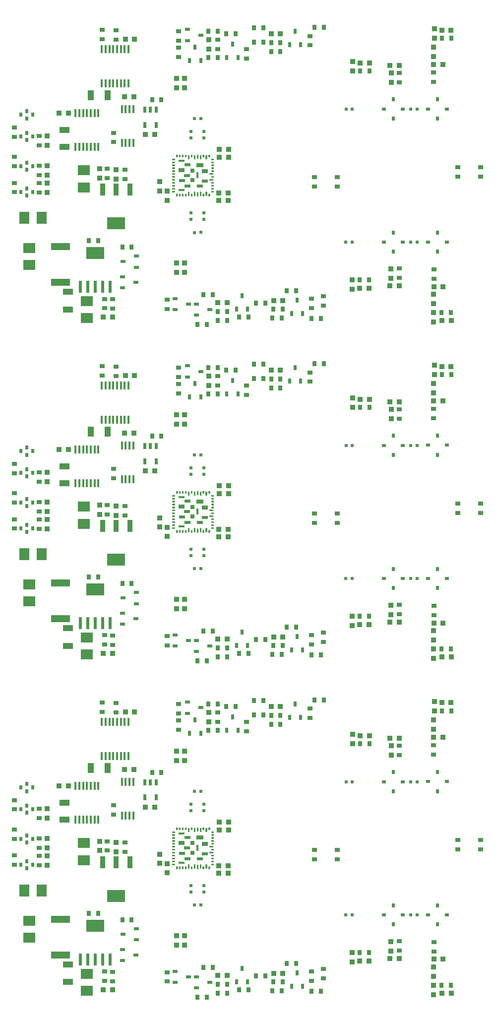
<source format=gbr>
%FSTAX33Y33*%
%MOMM*%
%SFA1B1*%

%IPPOS*%
%ADD10R,0.599999X0.649999*%
%ADD11R,0.778998X0.749999*%
%ADD12R,1.065998X0.594999*%
%ADD13R,1.065998X0.764998*%
%ADD14R,1.065998X0.698999*%
%ADD15R,1.065998X0.631999*%
%ADD16R,1.065998X0.627999*%
%ADD17R,1.099998X0.399999*%
%ADD18R,1.065998X0.499999*%
%ADD19R,0.399999X1.099998*%
%ADD20R,0.780998X0.749999*%
%ADD21R,1.191998X0.749999*%
%ADD22R,0.799998X0.899998*%
%ADD23R,2.149996X1.699997*%
%ADD24R,1.699997X1.049998*%
%ADD25R,0.899998X0.799998*%
%ADD26R,1.049998X1.699997*%
%ADD27R,0.849998X0.899998*%
%ADD28R,0.899998X0.849998*%
%ADD29R,1.699997X2.149996*%
%ADD30R,0.499999X0.499999*%
%ADD31R,0.499999X0.499999*%
%ADD32R,0.499999X2.049996*%
%ADD33R,3.049994X2.049996*%
%ADD34R,0.849998X2.049996*%
%ADD35R,0.499999X0.999998*%
%ADD36R,0.349999X1.399997*%
%ADD37R,0.599999X0.799998*%
%ADD38R,3.299993X1.149998*%
%ADD39R,0.949998X0.549999*%
%ADD40R,0.549999X0.949998*%
%ADD41R,0.699999X0.499999*%
%ADD42R,0.599999X0.699999*%
%LNsr71_ku_minus_apb3000037_panel-1*%
%LPD*%
G36*
X053437Y037854D02*
X053463Y037846D01*
X053487Y037833*
X053508Y037816*
X053525Y037795*
X053538Y037771*
X053546Y037745*
X053549Y037718*
X053546Y037691*
X053538Y037665*
X053525Y037641*
X053508Y037621*
X053487Y037603*
X053463Y037591*
X053437Y037583*
X05341Y03758*
Y037581*
X053136Y03758*
X053135*
X053119Y037582*
X053104Y037589*
X053091Y037599*
X053081Y037612*
X053075Y037627*
X053072Y037643*
X053073*
X053072Y037793*
X053075Y03781*
X053081Y037825*
X053091Y037838*
X053104Y037848*
X053119Y037854*
X053135Y037856*
X05341*
X053437Y037854*
G37*
G36*
X05986Y038356D02*
X060135D01*
X060152Y038354*
X060167Y038348*
X06018Y038338*
X06019Y038325*
X060196Y03831*
X060198Y038293*
Y038143*
X060196Y038127*
X06019Y038112*
X06018Y038099*
X060167Y038089*
X060152Y038082*
X060135Y03808*
Y038081*
X05986Y03808*
X059833Y038083*
X059808Y038091*
X059784Y038103*
X059763Y03812*
X059746Y038141*
X059733Y038165*
X059725Y038191*
X059722Y038218*
X059725Y038245*
X059733Y038271*
X059746Y038295*
X059763Y038316*
X059784Y038333*
X059808Y038346*
X059833Y038354*
X05986Y038356*
G37*
G36*
X053437Y038354D02*
X053463Y038346D01*
X053487Y038333*
X053508Y038316*
X053525Y038295*
X053538Y038271*
X053546Y038245*
X053549Y038218*
X053546Y038191*
X053538Y038165*
X053525Y038141*
X053508Y038121*
X053487Y038103*
X053463Y038091*
X053437Y038083*
X05341Y03808*
Y038081*
X053136Y03808*
X053135*
X053119Y038082*
X053104Y038089*
X053091Y038099*
X053081Y038112*
X053075Y038127*
X053072Y038143*
X053073*
X053072Y038293*
X053075Y03831*
X053081Y038325*
X053091Y038338*
X053104Y038348*
X053119Y038354*
X053135Y038356*
X05341*
X053437Y038354*
G37*
G36*
X05986Y037356D02*
X060135D01*
X060152Y037354*
X060167Y037348*
X06018Y037338*
X06019Y037325*
X060196Y03731*
X060198Y037293*
Y037143*
X060196Y037127*
X06019Y037112*
X06018Y037099*
X060167Y037089*
X060152Y037082*
X060135Y03708*
Y037081*
X05986Y03708*
X059833Y037083*
X059808Y037091*
X059784Y037103*
X059763Y03712*
X059746Y037141*
X059733Y037165*
X059725Y037191*
X059722Y037218*
X059725Y037245*
X059733Y037271*
X059746Y037295*
X059763Y037316*
X059784Y037333*
X059808Y037346*
X059833Y037354*
X05986Y037356*
G37*
G36*
X053437Y037354D02*
X053463Y037346D01*
X053487Y037333*
X053508Y037316*
X053525Y037295*
X053538Y037271*
X053546Y037245*
X053549Y037218*
X053546Y037191*
X053538Y037165*
X053525Y037141*
X053508Y037121*
X053487Y037103*
X053463Y037091*
X053437Y037083*
X05341Y03708*
Y037081*
X053136Y03708*
X053135*
X053119Y037082*
X053104Y037089*
X053091Y037099*
X053081Y037112*
X053075Y037127*
X053072Y037143*
X053073*
X053072Y037293*
X053075Y03731*
X053081Y037325*
X053091Y037338*
X053104Y037348*
X053119Y037354*
X053135Y037356*
X05341*
X053437Y037354*
G37*
G36*
X05986Y037856D02*
X060135D01*
X060152Y037854*
X060167Y037848*
X06018Y037838*
X06019Y037825*
X060196Y03781*
X060198Y037793*
Y037643*
X060196Y037627*
X06019Y037612*
X06018Y037599*
X060167Y037589*
X060152Y037582*
X060135Y03758*
Y037581*
X05986Y03758*
X059833Y037583*
X059808Y037591*
X059784Y037603*
X059763Y03762*
X059746Y037641*
X059733Y037665*
X059725Y037691*
X059722Y037718*
X059725Y037745*
X059733Y037771*
X059746Y037795*
X059763Y037816*
X059784Y037833*
X059808Y037846*
X059833Y037854*
X05986Y037856*
G37*
G36*
X053437Y039354D02*
X053463Y039346D01*
X053487Y039333*
X053508Y039316*
X053525Y039295*
X053538Y039271*
X053546Y039245*
X053549Y039218*
X053546Y039191*
X053538Y039165*
X053525Y039141*
X053508Y039121*
X053487Y039103*
X053463Y039091*
X053437Y039083*
X05341Y03908*
Y039081*
X053136Y03908*
X053135*
X053119Y039082*
X053104Y039089*
X053091Y039099*
X053081Y039112*
X053075Y039127*
X053072Y039143*
X053073*
X053072Y039293*
X053075Y03931*
X053081Y039325*
X053091Y039338*
X053104Y039348*
X053119Y039354*
X053135Y039356*
X05341*
X053437Y039354*
G37*
G36*
X05986Y039856D02*
X060135D01*
X060152Y039854*
X060167Y039848*
X06018Y039838*
X06019Y039825*
X060196Y03981*
X060198Y039793*
Y039643*
X060196Y039627*
X06019Y039612*
X06018Y039599*
X060167Y039589*
X060152Y039582*
X060135Y03958*
Y039581*
X05986Y03958*
X059833Y039583*
X059808Y039591*
X059784Y039603*
X059763Y03962*
X059746Y039641*
X059733Y039665*
X059725Y039691*
X059722Y039718*
X059725Y039745*
X059733Y039771*
X059746Y039795*
X059763Y039816*
X059784Y039833*
X059808Y039846*
X059833Y039854*
X05986Y039856*
G37*
G36*
X053437Y039854D02*
X053463Y039846D01*
X053487Y039833*
X053508Y039816*
X053525Y039795*
X053538Y039771*
X053546Y039745*
X053549Y039718*
X053546Y039691*
X053538Y039665*
X053525Y039641*
X053508Y039621*
X053487Y039603*
X053463Y039591*
X053437Y039583*
X05341Y03958*
Y039581*
X053136Y03958*
X053135*
X053119Y039582*
X053104Y039589*
X053091Y039599*
X053081Y039612*
X053075Y039627*
X053072Y039643*
X053073*
X053072Y039793*
X053075Y03981*
X053081Y039825*
X053091Y039838*
X053104Y039848*
X053119Y039854*
X053135Y039856*
X05341*
X053437Y039854*
G37*
G36*
X05986Y038856D02*
X060135D01*
X060152Y038854*
X060167Y038848*
X06018Y038838*
X06019Y038825*
X060196Y03881*
X060198Y038793*
Y038643*
X060196Y038627*
X06019Y038612*
X06018Y038599*
X060167Y038589*
X060152Y038582*
X060135Y03858*
Y038581*
X05986Y03858*
X059833Y038583*
X059808Y038591*
X059784Y038603*
X059763Y03862*
X059746Y038641*
X059733Y038665*
X059725Y038691*
X059722Y038718*
X059725Y038745*
X059733Y038771*
X059746Y038795*
X059763Y038816*
X059784Y038833*
X059808Y038846*
X059833Y038854*
X05986Y038856*
G37*
G36*
X053437Y038854D02*
X053463Y038846D01*
X053487Y038833*
X053508Y038816*
X053525Y038795*
X053538Y038771*
X053546Y038745*
X053549Y038718*
X053546Y038691*
X053538Y038665*
X053525Y038641*
X053508Y038621*
X053487Y038603*
X053463Y038591*
X053437Y038583*
X05341Y03858*
Y038581*
X053136Y03858*
X053135*
X053119Y038582*
X053104Y038589*
X053091Y038599*
X053081Y038612*
X053075Y038627*
X053072Y038643*
X053073*
X053072Y038793*
X053075Y03881*
X053081Y038825*
X053091Y038838*
X053104Y038848*
X053119Y038854*
X053135Y038856*
X05341*
X053437Y038854*
G37*
G36*
X05951Y039356D02*
X060035D01*
X060052Y039354*
X060067Y039348*
X06008Y039338*
X06009Y039325*
X060096Y03931*
X060098Y039293*
Y039143*
X060096Y039127*
X06009Y039112*
X06008Y039099*
X060067Y039089*
X060052Y039082*
X060035Y03908*
Y039081*
X05951Y03908*
X059484Y039083*
X059458Y039091*
X059434Y039103*
X059413Y039121*
X059396Y039141*
X059383Y039165*
X059375Y039191*
X059372Y039218*
X059375Y039245*
X059383Y039271*
X059396Y039295*
X059413Y039316*
X059434Y039333*
X059458Y039346*
X059484Y039354*
X05951Y039356*
G37*
G36*
X054912Y036879D02*
X054938Y036871D01*
X054962Y036858*
X054983Y036841*
X055Y03682*
X055013Y036796*
X055021Y03677*
X055024Y036743*
X055023*
Y036468*
X055021Y036452*
X055015Y036437*
X055005Y036424*
X054992Y036414*
X054977Y036407*
X05496Y036405*
Y036406*
X05481Y036405*
X054794Y036407*
X054779Y036414*
X054766Y036424*
X054756Y036437*
X05475Y036452*
X054747Y036468*
X054748*
X054747Y036743*
X05475Y03677*
X054758Y036796*
X054771Y03682*
X054788Y036841*
X054809Y036858*
X054833Y036871*
X054859Y036879*
X054885Y036881*
X054912Y036879*
G37*
G36*
X055412D02*
X055438Y036871D01*
X055462Y036858*
X055483Y036841*
X0555Y03682*
X055513Y036796*
X055521Y03677*
X055524Y036743*
X055523*
Y036468*
X055521Y036452*
X055515Y036437*
X055505Y036424*
X055492Y036414*
X055477Y036407*
X05546Y036405*
Y036406*
X05531Y036405*
X055294Y036407*
X055279Y036414*
X055266Y036424*
X055256Y036437*
X05525Y036452*
X055247Y036468*
X055248*
X055247Y036743*
X05525Y03677*
X055258Y036796*
X055271Y03682*
X055288Y036841*
X055309Y036858*
X055333Y036871*
X055359Y036879*
X055385Y036881*
X055412Y036879*
G37*
G36*
X056412D02*
X056438Y036871D01*
X056462Y036858*
X056483Y036841*
X0565Y03682*
X056513Y036796*
X056521Y03677*
X056524Y036743*
X056523*
Y036468*
X056521Y036452*
X056515Y036437*
X056505Y036424*
X056492Y036414*
X056477Y036407*
X05646Y036405*
Y036406*
X05631Y036405*
X056294Y036407*
X056279Y036414*
X056266Y036424*
X056256Y036437*
X05625Y036452*
X056247Y036468*
X056248*
X056247Y036743*
X05625Y03677*
X056258Y036796*
X056271Y03682*
X056288Y036841*
X056309Y036858*
X056333Y036871*
X056359Y036879*
X056385Y036881*
X056412Y036879*
G37*
G36*
X057412Y037129D02*
X057438Y037121D01*
X057462Y037108*
X057483Y037091*
X0575Y03707*
X057513Y037046*
X057521Y03702*
X057524Y036993*
X057523*
X057524Y036468*
X057521Y036452*
X057515Y036437*
X057505Y036424*
X057492Y036414*
X057477Y036407*
X05746Y036405*
Y036406*
X057311Y036405*
X05731*
X057294Y036407*
X057279Y036414*
X057266Y036424*
X057256Y036437*
X05725Y036452*
X057247Y036468*
X057248*
X057247Y036993*
X05725Y03702*
X057258Y037046*
X057271Y03707*
X057288Y037091*
X057309Y037108*
X057333Y037121*
X057359Y037129*
X057385Y037131*
X057412Y037129*
G37*
G36*
X053912Y036879D02*
X053938Y036871D01*
X053962Y036858*
X053983Y036841*
X054Y03682*
X054013Y036796*
X054021Y03677*
X054024Y036743*
X054023*
Y036468*
X054021Y036452*
X054015Y036437*
X054005Y036424*
X053992Y036414*
X053977Y036407*
X05396Y036405*
Y036406*
X05381Y036405*
X053794Y036407*
X053779Y036414*
X053766Y036424*
X053756Y036437*
X05375Y036452*
X053747Y036468*
X053748*
X053747Y036743*
X05375Y03677*
X053758Y036796*
X053771Y03682*
X053788Y036841*
X053809Y036858*
X053833Y036871*
X053859Y036879*
X053885Y036881*
X053912Y036879*
G37*
G36*
X054412D02*
X054438Y036871D01*
X054462Y036858*
X054483Y036841*
X0545Y03682*
X054513Y036796*
X054521Y03677*
X054524Y036743*
X054523*
Y036468*
X054521Y036452*
X054515Y036437*
X054505Y036424*
X054492Y036414*
X054477Y036407*
X05446Y036405*
Y036406*
X05431Y036405*
X054294Y036407*
X054279Y036414*
X054266Y036424*
X054256Y036437*
X05425Y036452*
X054247Y036468*
X054248*
X054247Y036743*
X05425Y03677*
X054258Y036796*
X054271Y03682*
X054288Y036841*
X054309Y036858*
X054333Y036871*
X054359Y036879*
X054385Y036881*
X054412Y036879*
G37*
G36*
X056912Y037229D02*
X056938Y037221D01*
X056962Y037208*
X056983Y037191*
X057Y03717*
X057013Y037146*
X057021Y03712*
X057024Y037093*
X057023*
X057024Y036568*
X057021Y036552*
X057015Y036537*
X057005Y036524*
X056992Y036514*
X056977Y036507*
X05696Y036505*
Y036506*
X05681Y036505*
X056794Y036507*
X056779Y036514*
X056766Y036524*
X056756Y036537*
X05675Y036552*
X056747Y036568*
X056748*
X056747Y037093*
X05675Y03712*
X056758Y037146*
X056771Y03717*
X056788Y037191*
X056809Y037208*
X056833Y037221*
X056859Y037229*
X056885Y037231*
X056912Y037229*
G37*
G36*
X057912D02*
X057938Y037221D01*
X057962Y037208*
X057983Y037191*
X058Y03717*
X058013Y037146*
X058021Y03712*
X058024Y037093*
X058023*
X058024Y036568*
X058021Y036552*
X058015Y036537*
X058005Y036524*
X057992Y036514*
X057977Y036507*
X05796Y036505*
Y036506*
X05781Y036505*
X057794Y036507*
X057779Y036514*
X057766Y036524*
X057756Y036537*
X05775Y036552*
X057747Y036568*
X057748*
X057747Y037093*
X05775Y03712*
X057758Y037146*
X057771Y03717*
X057788Y037191*
X057809Y037208*
X057833Y037221*
X057859Y037229*
X057885Y037231*
X057912Y037229*
G37*
G36*
X058912D02*
X058938Y037221D01*
X058962Y037208*
X058983Y037191*
X059Y03717*
X059013Y037146*
X059021Y03712*
X059024Y037093*
X059023*
X059024Y036568*
X059021Y036552*
X059015Y036537*
X059005Y036524*
X058992Y036514*
X058977Y036507*
X05896Y036505*
Y036506*
X058811Y036505*
X05881*
X058794Y036507*
X058779Y036514*
X058766Y036524*
X058756Y036537*
X05875Y036552*
X058747Y036568*
X058748*
X058747Y037093*
X05875Y03712*
X058758Y037146*
X058771Y03717*
X058788Y037191*
X058809Y037208*
X058833Y037221*
X058859Y037229*
X058885Y037231*
X058912Y037229*
G37*
G36*
X058412Y036879D02*
X058438Y036871D01*
X058462Y036858*
X058483Y036841*
X0585Y03682*
X058513Y036796*
X058521Y03677*
X058524Y036743*
X058523*
Y036468*
X058521Y036452*
X058515Y036437*
X058505Y036424*
X058492Y036414*
X058477Y036407*
X05846Y036405*
Y036406*
X05831Y036405*
X058294Y036407*
X058279Y036414*
X058266Y036424*
X058256Y036437*
X05825Y036452*
X058247Y036468*
X058248*
X058247Y036743*
X05825Y03677*
X058258Y036796*
X058271Y03682*
X058288Y036841*
X058309Y036858*
X058333Y036871*
X058359Y036879*
X058385Y036881*
X058412Y036879*
G37*
G36*
X059412D02*
X059438Y036871D01*
X059462Y036858*
X059483Y036841*
X0595Y03682*
X059513Y036796*
X059521Y03677*
X059524Y036743*
X059523*
Y036468*
X059521Y036452*
X059515Y036437*
X059505Y036424*
X059492Y036414*
X059477Y036407*
X05946Y036405*
Y036406*
X05931Y036405*
X059294Y036407*
X059279Y036414*
X059266Y036424*
X059256Y036437*
X05925Y036452*
X059247Y036468*
X059248*
X059247Y036743*
X05925Y03677*
X059258Y036796*
X059271Y03682*
X059288Y036841*
X059309Y036858*
X059333Y036871*
X059359Y036879*
X059385Y036881*
X059412Y036879*
G37*
G36*
X055912Y037229D02*
X055938Y037221D01*
X055962Y037208*
X055983Y037191*
X056Y03717*
X056013Y037146*
X056021Y03712*
X056024Y037093*
X056023*
X056024Y036568*
X056021Y036552*
X056015Y036537*
X056005Y036524*
X055992Y036514*
X055977Y036507*
X05596Y036505*
Y036506*
X05581Y036505*
X055794Y036507*
X055779Y036514*
X055766Y036524*
X055756Y036537*
X05575Y036552*
X055747Y036568*
X055748*
X055747Y037093*
X05575Y03712*
X055758Y037146*
X055771Y03717*
X055788Y037191*
X055809Y037208*
X055833Y037221*
X055859Y037229*
X055885Y037231*
X055912Y037229*
G37*
G36*
X057977Y043429D02*
X057992Y043423D01*
X058005Y043413*
X058015Y0434*
X058021Y043385*
X058023Y043368*
X058024Y042843*
X058021Y042816*
X058013Y04279*
X058Y042766*
X057983Y042745*
X057962Y042728*
X057938Y042716*
X057912Y042708*
X057885Y042705*
X057858Y042708*
X057833Y042716*
X057809Y042728*
X057788Y042745*
X057771Y042766*
X057758Y04279*
X05775Y042816*
X057747Y042843*
X057748*
X057747Y043368*
X05775Y043385*
X057756Y0434*
X057766Y043413*
X057779Y043423*
X057794Y043429*
X05781Y043431*
X05796*
X057977Y043429*
G37*
G36*
X053977Y043529D02*
X053992Y043523D01*
X054005Y043513*
X054015Y0435*
X054021Y043484*
X054024Y043468*
X054023*
X054024Y043193*
X054021Y043166*
X054013Y04314*
X054Y043116*
X053983Y043095*
X053962Y043078*
X053938Y043066*
X053912Y043058*
X053885Y043055*
X053859Y043058*
X053833Y043066*
X053809Y043078*
X053788Y043095*
X053771Y043116*
X053758Y04314*
X05375Y043166*
X053747Y043193*
X053748*
X053747Y043468*
X05375Y043484*
X053756Y0435*
X053766Y043513*
X053779Y043523*
X053794Y043529*
X05381Y043531*
X05396*
X053977Y043529*
G37*
G36*
X054477D02*
X054492Y043523D01*
X054505Y043513*
X054515Y0435*
X054521Y043484*
X054524Y043468*
X054523*
X054524Y043193*
X054521Y043166*
X054513Y04314*
X0545Y043116*
X054483Y043095*
X054462Y043078*
X054438Y043066*
X054412Y043058*
X054385Y043055*
X054359Y043058*
X054333Y043066*
X054309Y043078*
X054288Y043095*
X054271Y043116*
X054258Y04314*
X05425Y043166*
X054247Y043193*
X054248*
X054247Y043468*
X05425Y043484*
X054256Y0435*
X054266Y043513*
X054279Y043523*
X054294Y043529*
X05431Y043531*
X05446*
X054477Y043529*
G37*
G36*
X058977Y043429D02*
X058992Y043423D01*
X059005Y043413*
X059015Y043399*
X059021Y043384*
X059023Y043368*
X059024Y042843*
X059021Y042816*
X059013Y04279*
X059Y042766*
X058983Y042745*
X058962Y042728*
X058938Y042715*
X058912Y042707*
X058885Y042705*
X058859Y042707*
X058833Y042715*
X058809Y042728*
X058788Y042745*
X058771Y042766*
X058758Y04279*
X05875Y042816*
X058747Y042843*
X058748*
X058747Y043368*
X05875Y043384*
X058756Y043399*
X058766Y043412*
X058779Y043423*
X058794Y043429*
X05881Y043431*
Y04343*
X05896Y043431*
X058977Y043429*
G37*
G36*
X055977D02*
X055992Y043423D01*
X056005Y043413*
X056015Y0434*
X056021Y043385*
X056023Y043368*
X056024Y042843*
X056021Y042816*
X056013Y04279*
X056Y042766*
X055983Y042745*
X055962Y042728*
X055938Y042716*
X055912Y042708*
X055885Y042705*
X055858Y042708*
X055833Y042716*
X055809Y042728*
X055788Y042745*
X055771Y042766*
X055758Y04279*
X05575Y042816*
X055747Y042843*
X055748*
X055747Y043368*
X05575Y043385*
X055756Y0434*
X055766Y043413*
X055779Y043423*
X055794Y043429*
X05581Y043431*
X05596*
X055977Y043429*
G37*
G36*
X056977D02*
X056992Y043423D01*
X057005Y043413*
X057015Y0434*
X057021Y043385*
X057023Y043368*
X057024Y042843*
X057021Y042816*
X057013Y04279*
X057Y042766*
X056983Y042745*
X056962Y042728*
X056938Y042716*
X056912Y042708*
X056885Y042705*
X056858Y042708*
X056833Y042716*
X056809Y042728*
X056788Y042745*
X056771Y042766*
X056758Y04279*
X05675Y042816*
X056747Y042843*
X056748*
X056747Y043368*
X05675Y043385*
X056756Y0434*
X056766Y043413*
X056779Y043423*
X056794Y043429*
X05681Y043431*
X05696*
X056977Y043429*
G37*
G36*
X058477Y043529D02*
X058492Y043523D01*
X058505Y043513*
X058515Y0435*
X058521Y043484*
X058524Y043468*
X058523*
X058524Y043193*
X058521Y043166*
X058513Y04314*
X0585Y043116*
X058483Y043095*
X058462Y043078*
X058438Y043066*
X058412Y043058*
X058385Y043055*
X058359Y043058*
X058333Y043066*
X058309Y043078*
X058288Y043095*
X058271Y043116*
X058258Y04314*
X05825Y043166*
X058247Y043193*
X058248*
X058247Y043468*
X05825Y043484*
X058256Y0435*
X058266Y043513*
X058279Y043523*
X058294Y043529*
X05831Y043531*
X05846*
X058477Y043529*
G37*
G36*
X059477D02*
X059492Y043523D01*
X059505Y043513*
X059515Y0435*
X059521Y043484*
X059524Y043468*
X059523*
X059524Y043193*
X059521Y043166*
X059513Y04314*
X0595Y043116*
X059483Y043095*
X059462Y043078*
X059438Y043066*
X059412Y043058*
X059385Y043055*
X059359Y043058*
X059333Y043066*
X059309Y043078*
X059288Y043095*
X059271Y043116*
X059258Y04314*
X05925Y043166*
X059247Y043193*
X059248*
X059247Y043468*
X05925Y043484*
X059256Y0435*
X059266Y043513*
X059279Y043523*
X059294Y043529*
X05931Y043531*
X05946*
X059477Y043529*
G37*
G36*
X057477D02*
X057492Y043523D01*
X057505Y043513*
X057515Y0435*
X057521Y043485*
X057523Y043468*
X057524Y042943*
X057521Y042916*
X057513Y04289*
X0575Y042866*
X057483Y042845*
X057462Y042828*
X057438Y042816*
X057412Y042808*
X057385Y042805*
X057358Y042808*
X057333Y042816*
X057309Y042828*
X057288Y042845*
X057271Y042866*
X057258Y04289*
X05725Y042916*
X057247Y042943*
X057248*
X057247Y043468*
X05725Y043485*
X057256Y0435*
X057266Y043513*
X057279Y043523*
X057294Y043529*
X05731Y043531*
X05746*
X057477Y043529*
G37*
G36*
X054977D02*
X054992Y043523D01*
X055005Y043513*
X055015Y0435*
X055021Y043484*
X055024Y043468*
X055023*
X055024Y043193*
X055021Y043166*
X055013Y04314*
X055Y043116*
X054983Y043095*
X054962Y043078*
X054938Y043066*
X054912Y043058*
X054885Y043055*
X054859Y043058*
X054833Y043066*
X054809Y043078*
X054788Y043095*
X054771Y043116*
X054758Y04314*
X05475Y043166*
X054747Y043193*
X054748*
X054747Y043468*
X05475Y043484*
X054756Y0435*
X054766Y043513*
X054779Y043523*
X054794Y043529*
X05481Y043531*
X05496*
X054977Y043529*
G37*
G36*
X055477D02*
X055492Y043523D01*
X055505Y043513*
X055515Y0435*
X055521Y043484*
X055524Y043468*
X055523*
X055524Y043193*
X055521Y043166*
X055513Y04314*
X0555Y043116*
X055483Y043095*
X055462Y043078*
X055438Y043066*
X055412Y043058*
X055385Y043055*
X055359Y043058*
X055333Y043066*
X055309Y043078*
X055288Y043095*
X055271Y043116*
X055258Y04314*
X05525Y043166*
X055247Y043193*
X055248*
X055247Y043468*
X05525Y043484*
X055256Y0435*
X055266Y043513*
X055279Y043523*
X055294Y043529*
X05531Y043531*
X05546*
X055477Y043529*
G37*
G36*
X056477D02*
X056492Y043523D01*
X056505Y043513*
X056515Y0435*
X056521Y043484*
X056524Y043468*
X056523*
X056524Y043193*
X056521Y043166*
X056513Y04314*
X0565Y043116*
X056483Y043095*
X056462Y043078*
X056438Y043066*
X056412Y043058*
X056385Y043055*
X056359Y043058*
X056333Y043066*
X056309Y043078*
X056288Y043095*
X056271Y043116*
X056258Y04314*
X05625Y043166*
X056247Y043193*
X056248*
X056247Y043468*
X05625Y043484*
X056256Y0435*
X056266Y043513*
X056279Y043523*
X056294Y043529*
X05631Y043531*
X05646*
X056477Y043529*
G37*
G36*
X053437Y040854D02*
X053463Y040846D01*
X053487Y040833*
X053508Y040816*
X053525Y040795*
X053538Y040771*
X053546Y040745*
X053549Y040718*
X053546Y040691*
X053538Y040665*
X053525Y040641*
X053508Y040621*
X053487Y040603*
X053463Y040591*
X053437Y040583*
X05341Y04058*
Y040581*
X053136Y04058*
X053135*
X053119Y040582*
X053104Y040589*
X053091Y040599*
X053081Y040612*
X053075Y040627*
X053072Y040643*
X053073*
X053072Y040793*
X053075Y04081*
X053081Y040825*
X053091Y040838*
X053104Y040848*
X053119Y040854*
X053135Y040856*
X05341*
X053437Y040854*
G37*
G36*
X05986Y041356D02*
X060135D01*
X060152Y041354*
X060167Y041348*
X06018Y041338*
X06019Y041325*
X060196Y04131*
X060198Y041293*
Y041143*
X060196Y041127*
X06019Y041112*
X06018Y041099*
X060167Y041089*
X060152Y041082*
X060135Y04108*
Y041081*
X05986Y04108*
X059833Y041083*
X059808Y041091*
X059784Y041103*
X059763Y04112*
X059746Y041141*
X059733Y041165*
X059725Y041191*
X059722Y041218*
X059725Y041245*
X059733Y041271*
X059746Y041295*
X059763Y041316*
X059784Y041333*
X059808Y041346*
X059833Y041354*
X05986Y041356*
G37*
G36*
X053437Y041354D02*
X053463Y041346D01*
X053487Y041333*
X053508Y041316*
X053525Y041295*
X053538Y041271*
X053546Y041245*
X053549Y041218*
X053546Y041191*
X053538Y041165*
X053525Y041141*
X053508Y041121*
X053487Y041103*
X053463Y041091*
X053437Y041083*
X05341Y04108*
Y041081*
X053136Y04108*
X053135*
X053119Y041082*
X053104Y041089*
X053091Y041099*
X053081Y041112*
X053075Y041127*
X053072Y041143*
X053073*
X053072Y041293*
X053075Y04131*
X053081Y041325*
X053091Y041338*
X053104Y041348*
X053119Y041354*
X053135Y041356*
X05341*
X053437Y041354*
G37*
G36*
X05951Y040356D02*
X060035D01*
X060052Y040354*
X060067Y040348*
X06008Y040338*
X06009Y040325*
X060096Y04031*
X060098Y040293*
Y040143*
X060096Y040127*
X06009Y040112*
X06008Y040099*
X060067Y040089*
X060052Y040082*
X060035Y04008*
Y040081*
X05951Y04008*
X059484Y040083*
X059458Y040091*
X059434Y040103*
X059413Y040121*
X059396Y040141*
X059383Y040165*
X059375Y040191*
X059372Y040218*
X059375Y040245*
X059383Y040271*
X059396Y040295*
X059413Y040316*
X059434Y040333*
X059458Y040346*
X059484Y040354*
X05951Y040356*
G37*
G36*
X053437Y040354D02*
X053463Y040346D01*
X053487Y040333*
X053508Y040316*
X053525Y040295*
X053538Y040271*
X053546Y040245*
X053549Y040218*
X053546Y040191*
X053538Y040165*
X053525Y040141*
X053508Y040121*
X053487Y040103*
X053463Y040091*
X053437Y040083*
X05341Y04008*
Y040081*
X053136Y04008*
X053135*
X053119Y040082*
X053104Y040089*
X053091Y040099*
X053081Y040112*
X053075Y040127*
X053072Y040143*
X053073*
X053072Y040293*
X053075Y04031*
X053081Y040325*
X053091Y040338*
X053104Y040348*
X053119Y040354*
X053135Y040356*
X05341*
X053437Y040354*
G37*
G36*
X05986Y040856D02*
X060135D01*
X060152Y040854*
X060167Y040848*
X06018Y040838*
X06019Y040825*
X060196Y04081*
X060198Y040793*
Y040643*
X060196Y040627*
X06019Y040612*
X06018Y040599*
X060167Y040589*
X060152Y040582*
X060135Y04058*
Y040581*
X05986Y04058*
X059833Y040583*
X059808Y040591*
X059784Y040603*
X059763Y04062*
X059746Y040641*
X059733Y040665*
X059725Y040691*
X059722Y040718*
X059725Y040745*
X059733Y040771*
X059746Y040795*
X059763Y040816*
X059784Y040833*
X059808Y040846*
X059833Y040854*
X05986Y040856*
G37*
G36*
X053437Y042354D02*
X053463Y042346D01*
X053487Y042333*
X053508Y042316*
X053525Y042295*
X053538Y042271*
X053546Y042245*
X053549Y042218*
X053546Y042191*
X053538Y042165*
X053525Y042141*
X053508Y042121*
X053487Y042103*
X053463Y042091*
X053437Y042083*
X05341Y04208*
Y042081*
X053136Y04208*
X053135*
X053119Y042082*
X053104Y042089*
X053091Y042099*
X053081Y042112*
X053075Y042127*
X053072Y042143*
X053073*
X053072Y042293*
X053075Y04231*
X053081Y042325*
X053091Y042338*
X053104Y042348*
X053119Y042354*
X053135Y042356*
X05341*
X053437Y042354*
G37*
G36*
X05986Y042856D02*
X060135D01*
X060152Y042854*
X060167Y042848*
X06018Y042838*
X06019Y042825*
X060196Y04281*
X060198Y042793*
Y042643*
X060196Y042627*
X06019Y042612*
X06018Y042599*
X060167Y042589*
X060152Y042582*
X060135Y04258*
Y042581*
X05986Y04258*
X059833Y042583*
X059808Y042591*
X059784Y042603*
X059763Y04262*
X059746Y042641*
X059733Y042665*
X059725Y042691*
X059722Y042718*
X059725Y042745*
X059733Y042771*
X059746Y042795*
X059763Y042816*
X059784Y042833*
X059808Y042846*
X059833Y042854*
X05986Y042856*
G37*
G36*
X053135D02*
D01*
X053485*
X053502Y042854*
X053517Y042848*
X05353Y042838*
X05354Y042825*
X053546Y04281*
X053548Y042793*
Y042643*
X053546Y042627*
X05354Y042612*
X05353Y042599*
X053517Y042589*
X053502Y042582*
X053485Y04258*
Y042581*
X053135Y04258*
X053119Y042582*
X053104Y042589*
X053091Y042599*
X053081Y042612*
X053075Y042627*
X053072Y042643*
X053073*
X053072Y042793*
X053075Y04281*
X053081Y042825*
X053091Y042838*
X053104Y042848*
X053119Y042854*
X053135Y042856*
G37*
G36*
X05986Y041856D02*
X060135D01*
X060152Y041854*
X060167Y041848*
X06018Y041838*
X06019Y041825*
X060196Y04181*
X060198Y041793*
Y041643*
X060196Y041627*
X06019Y041612*
X06018Y041599*
X060167Y041589*
X060152Y041582*
X060135Y04158*
Y041581*
X05986Y04158*
X059833Y041583*
X059808Y041591*
X059784Y041603*
X059763Y04162*
X059746Y041641*
X059733Y041665*
X059725Y041691*
X059722Y041718*
X059725Y041745*
X059733Y041771*
X059746Y041795*
X059763Y041816*
X059784Y041833*
X059808Y041846*
X059833Y041854*
X05986Y041856*
G37*
G36*
X053437Y041854D02*
X053463Y041846D01*
X053487Y041833*
X053508Y041816*
X053525Y041795*
X053538Y041771*
X053546Y041745*
X053549Y041718*
X053546Y041691*
X053538Y041665*
X053525Y041641*
X053508Y041621*
X053487Y041603*
X053463Y041591*
X053437Y041583*
X05341Y04158*
Y041581*
X053136Y04158*
X053135*
X053119Y041582*
X053104Y041589*
X053091Y041599*
X053081Y041612*
X053075Y041627*
X053072Y041643*
X053073*
X053072Y041793*
X053075Y04181*
X053081Y041825*
X053091Y041838*
X053104Y041848*
X053119Y041854*
X053135Y041856*
X05341*
X053437Y041854*
G37*
G36*
X05986Y042356D02*
X060135D01*
X060152Y042354*
X060167Y042348*
X06018Y042338*
X06019Y042325*
X060196Y04231*
X060198Y042293*
Y042143*
X060196Y042127*
X06019Y042112*
X06018Y042099*
X060167Y042089*
X060152Y042082*
X060135Y04208*
Y042081*
X05986Y04208*
X059833Y042083*
X059808Y042091*
X059784Y042103*
X059763Y04212*
X059746Y042141*
X059733Y042165*
X059725Y042191*
X059722Y042218*
X059725Y042245*
X059733Y042271*
X059746Y042295*
X059763Y042316*
X059784Y042333*
X059808Y042346*
X059833Y042354*
X05986Y042356*
G37*
G36*
X053437Y095254D02*
X053463Y095246D01*
X053487Y095233*
X053508Y095216*
X053525Y095195*
X053538Y095171*
X053546Y095145*
X053549Y095118*
X053546Y095091*
X053538Y095065*
X053525Y095041*
X053508Y095021*
X053487Y095003*
X053463Y094991*
X053437Y094983*
X05341Y09498*
Y094981*
X053136Y09498*
X053135*
X053119Y094982*
X053104Y094989*
X053091Y094999*
X053081Y095012*
X053075Y095027*
X053072Y095043*
X053073*
X053072Y095193*
X053075Y09521*
X053081Y095225*
X053091Y095238*
X053104Y095248*
X053119Y095254*
X053135Y095256*
X05341*
X053437Y095254*
G37*
G36*
X05986Y095756D02*
X060135D01*
X060152Y095754*
X060167Y095748*
X06018Y095738*
X06019Y095725*
X060196Y09571*
X060198Y095693*
Y095543*
X060196Y095527*
X06019Y095512*
X06018Y095499*
X060167Y095489*
X060152Y095482*
X060135Y09548*
Y095481*
X05986Y09548*
X059833Y095483*
X059808Y095491*
X059784Y095503*
X059763Y09552*
X059746Y095541*
X059733Y095565*
X059725Y095591*
X059722Y095618*
X059725Y095645*
X059733Y095671*
X059746Y095695*
X059763Y095716*
X059784Y095733*
X059808Y095746*
X059833Y095754*
X05986Y095756*
G37*
G36*
X053437Y095754D02*
X053463Y095746D01*
X053487Y095733*
X053508Y095716*
X053525Y095695*
X053538Y095671*
X053546Y095645*
X053549Y095618*
X053546Y095591*
X053538Y095565*
X053525Y095541*
X053508Y095521*
X053487Y095503*
X053463Y095491*
X053437Y095483*
X05341Y09548*
Y095481*
X053136Y09548*
X053135*
X053119Y095482*
X053104Y095489*
X053091Y095499*
X053081Y095512*
X053075Y095527*
X053072Y095543*
X053073*
X053072Y095693*
X053075Y09571*
X053081Y095725*
X053091Y095738*
X053104Y095748*
X053119Y095754*
X053135Y095756*
X05341*
X053437Y095754*
G37*
G36*
X05986Y094756D02*
X060135D01*
X060152Y094754*
X060167Y094748*
X06018Y094738*
X06019Y094725*
X060196Y09471*
X060198Y094693*
Y094543*
X060196Y094527*
X06019Y094512*
X06018Y094499*
X060167Y094489*
X060152Y094482*
X060135Y09448*
Y094481*
X05986Y09448*
X059833Y094483*
X059808Y094491*
X059784Y094503*
X059763Y09452*
X059746Y094541*
X059733Y094565*
X059725Y094591*
X059722Y094618*
X059725Y094645*
X059733Y094671*
X059746Y094695*
X059763Y094716*
X059784Y094733*
X059808Y094746*
X059833Y094754*
X05986Y094756*
G37*
G36*
X053437Y094754D02*
X053463Y094746D01*
X053487Y094733*
X053508Y094716*
X053525Y094695*
X053538Y094671*
X053546Y094645*
X053549Y094618*
X053546Y094591*
X053538Y094565*
X053525Y094541*
X053508Y094521*
X053487Y094503*
X053463Y094491*
X053437Y094483*
X05341Y09448*
Y094481*
X053136Y09448*
X053135*
X053119Y094482*
X053104Y094489*
X053091Y094499*
X053081Y094512*
X053075Y094527*
X053072Y094543*
X053073*
X053072Y094693*
X053075Y09471*
X053081Y094725*
X053091Y094738*
X053104Y094748*
X053119Y094754*
X053135Y094756*
X05341*
X053437Y094754*
G37*
G36*
X05986Y095256D02*
X060135D01*
X060152Y095254*
X060167Y095248*
X06018Y095238*
X06019Y095225*
X060196Y09521*
X060198Y095193*
Y095043*
X060196Y095027*
X06019Y095012*
X06018Y094999*
X060167Y094989*
X060152Y094982*
X060135Y09498*
Y094981*
X05986Y09498*
X059833Y094983*
X059808Y094991*
X059784Y095003*
X059763Y09502*
X059746Y095041*
X059733Y095065*
X059725Y095091*
X059722Y095118*
X059725Y095145*
X059733Y095171*
X059746Y095195*
X059763Y095216*
X059784Y095233*
X059808Y095246*
X059833Y095254*
X05986Y095256*
G37*
G36*
X053437Y096754D02*
X053463Y096746D01*
X053487Y096733*
X053508Y096716*
X053525Y096695*
X053538Y096671*
X053546Y096645*
X053549Y096618*
X053546Y096591*
X053538Y096565*
X053525Y096541*
X053508Y096521*
X053487Y096503*
X053463Y096491*
X053437Y096483*
X05341Y09648*
Y096481*
X053136Y09648*
X053135*
X053119Y096482*
X053104Y096489*
X053091Y096499*
X053081Y096512*
X053075Y096527*
X053072Y096543*
X053073*
X053072Y096693*
X053075Y09671*
X053081Y096725*
X053091Y096738*
X053104Y096748*
X053119Y096754*
X053135Y096756*
X05341*
X053437Y096754*
G37*
G36*
X05986Y097256D02*
X060135D01*
X060152Y097254*
X060167Y097248*
X06018Y097238*
X06019Y097225*
X060196Y09721*
X060198Y097193*
Y097043*
X060196Y097027*
X06019Y097012*
X06018Y096999*
X060167Y096989*
X060152Y096982*
X060135Y09698*
Y096981*
X05986Y09698*
X059833Y096983*
X059808Y096991*
X059784Y097003*
X059763Y09702*
X059746Y097041*
X059733Y097065*
X059725Y097091*
X059722Y097118*
X059725Y097145*
X059733Y097171*
X059746Y097195*
X059763Y097216*
X059784Y097233*
X059808Y097246*
X059833Y097254*
X05986Y097256*
G37*
G36*
X053437Y097254D02*
X053463Y097246D01*
X053487Y097233*
X053508Y097216*
X053525Y097195*
X053538Y097171*
X053546Y097145*
X053549Y097118*
X053546Y097091*
X053538Y097065*
X053525Y097041*
X053508Y097021*
X053487Y097003*
X053463Y096991*
X053437Y096983*
X05341Y09698*
Y096981*
X053136Y09698*
X053135*
X053119Y096982*
X053104Y096989*
X053091Y096999*
X053081Y097012*
X053075Y097027*
X053072Y097043*
X053073*
X053072Y097193*
X053075Y09721*
X053081Y097225*
X053091Y097238*
X053104Y097248*
X053119Y097254*
X053135Y097256*
X05341*
X053437Y097254*
G37*
G36*
X05986Y096256D02*
X060135D01*
X060152Y096254*
X060167Y096248*
X06018Y096238*
X06019Y096225*
X060196Y09621*
X060198Y096193*
Y096043*
X060196Y096027*
X06019Y096012*
X06018Y095999*
X060167Y095989*
X060152Y095982*
X060135Y09598*
Y095981*
X05986Y09598*
X059833Y095983*
X059808Y095991*
X059784Y096003*
X059763Y09602*
X059746Y096041*
X059733Y096065*
X059725Y096091*
X059722Y096118*
X059725Y096145*
X059733Y096171*
X059746Y096195*
X059763Y096216*
X059784Y096233*
X059808Y096246*
X059833Y096254*
X05986Y096256*
G37*
G36*
X053437Y096254D02*
X053463Y096246D01*
X053487Y096233*
X053508Y096216*
X053525Y096195*
X053538Y096171*
X053546Y096145*
X053549Y096118*
X053546Y096091*
X053538Y096065*
X053525Y096041*
X053508Y096021*
X053487Y096003*
X053463Y095991*
X053437Y095983*
X05341Y09598*
Y095981*
X053136Y09598*
X053135*
X053119Y095982*
X053104Y095989*
X053091Y095999*
X053081Y096012*
X053075Y096027*
X053072Y096043*
X053073*
X053072Y096193*
X053075Y09621*
X053081Y096225*
X053091Y096238*
X053104Y096248*
X053119Y096254*
X053135Y096256*
X05341*
X053437Y096254*
G37*
G36*
X05951Y096756D02*
X060035D01*
X060052Y096754*
X060067Y096748*
X06008Y096738*
X06009Y096725*
X060096Y09671*
X060098Y096693*
Y096543*
X060096Y096527*
X06009Y096512*
X06008Y096499*
X060067Y096489*
X060052Y096482*
X060035Y09648*
Y096481*
X05951Y09648*
X059484Y096483*
X059458Y096491*
X059434Y096503*
X059413Y096521*
X059396Y096541*
X059383Y096565*
X059375Y096591*
X059372Y096618*
X059375Y096645*
X059383Y096671*
X059396Y096695*
X059413Y096716*
X059434Y096733*
X059458Y096746*
X059484Y096754*
X05951Y096756*
G37*
G36*
X054912Y094279D02*
X054938Y094271D01*
X054962Y094258*
X054983Y094241*
X055Y09422*
X055013Y094196*
X055021Y09417*
X055024Y094143*
X055023*
Y093868*
X055021Y093852*
X055015Y093837*
X055005Y093824*
X054992Y093814*
X054977Y093807*
X05496Y093805*
Y093806*
X05481Y093805*
X054794Y093807*
X054779Y093814*
X054766Y093824*
X054756Y093837*
X05475Y093852*
X054747Y093868*
X054748*
X054747Y094143*
X05475Y09417*
X054758Y094196*
X054771Y09422*
X054788Y094241*
X054809Y094258*
X054833Y094271*
X054859Y094279*
X054885Y094281*
X054912Y094279*
G37*
G36*
X055412D02*
X055438Y094271D01*
X055462Y094258*
X055483Y094241*
X0555Y09422*
X055513Y094196*
X055521Y09417*
X055524Y094143*
X055523*
Y093868*
X055521Y093852*
X055515Y093837*
X055505Y093824*
X055492Y093814*
X055477Y093807*
X05546Y093805*
Y093806*
X05531Y093805*
X055294Y093807*
X055279Y093814*
X055266Y093824*
X055256Y093837*
X05525Y093852*
X055247Y093868*
X055248*
X055247Y094143*
X05525Y09417*
X055258Y094196*
X055271Y09422*
X055288Y094241*
X055309Y094258*
X055333Y094271*
X055359Y094279*
X055385Y094281*
X055412Y094279*
G37*
G36*
X056412D02*
X056438Y094271D01*
X056462Y094258*
X056483Y094241*
X0565Y09422*
X056513Y094196*
X056521Y09417*
X056524Y094143*
X056523*
Y093868*
X056521Y093852*
X056515Y093837*
X056505Y093824*
X056492Y093814*
X056477Y093807*
X05646Y093805*
Y093806*
X05631Y093805*
X056294Y093807*
X056279Y093814*
X056266Y093824*
X056256Y093837*
X05625Y093852*
X056247Y093868*
X056248*
X056247Y094143*
X05625Y09417*
X056258Y094196*
X056271Y09422*
X056288Y094241*
X056309Y094258*
X056333Y094271*
X056359Y094279*
X056385Y094281*
X056412Y094279*
G37*
G36*
X057412Y094529D02*
X057438Y094521D01*
X057462Y094508*
X057483Y094491*
X0575Y09447*
X057513Y094446*
X057521Y09442*
X057524Y094393*
X057523*
X057524Y093868*
X057521Y093852*
X057515Y093837*
X057505Y093824*
X057492Y093814*
X057477Y093807*
X05746Y093805*
Y093806*
X057311Y093805*
X05731*
X057294Y093807*
X057279Y093814*
X057266Y093824*
X057256Y093837*
X05725Y093852*
X057247Y093868*
X057248*
X057247Y094393*
X05725Y09442*
X057258Y094446*
X057271Y09447*
X057288Y094491*
X057309Y094508*
X057333Y094521*
X057359Y094529*
X057385Y094531*
X057412Y094529*
G37*
G36*
X053912Y094279D02*
X053938Y094271D01*
X053962Y094258*
X053983Y094241*
X054Y09422*
X054013Y094196*
X054021Y09417*
X054024Y094143*
X054023*
Y093868*
X054021Y093852*
X054015Y093837*
X054005Y093824*
X053992Y093814*
X053977Y093807*
X05396Y093805*
Y093806*
X05381Y093805*
X053794Y093807*
X053779Y093814*
X053766Y093824*
X053756Y093837*
X05375Y093852*
X053747Y093868*
X053748*
X053747Y094143*
X05375Y09417*
X053758Y094196*
X053771Y09422*
X053788Y094241*
X053809Y094258*
X053833Y094271*
X053859Y094279*
X053885Y094281*
X053912Y094279*
G37*
G36*
X054412D02*
X054438Y094271D01*
X054462Y094258*
X054483Y094241*
X0545Y09422*
X054513Y094196*
X054521Y09417*
X054524Y094143*
X054523*
Y093868*
X054521Y093852*
X054515Y093837*
X054505Y093824*
X054492Y093814*
X054477Y093807*
X05446Y093805*
Y093806*
X05431Y093805*
X054294Y093807*
X054279Y093814*
X054266Y093824*
X054256Y093837*
X05425Y093852*
X054247Y093868*
X054248*
X054247Y094143*
X05425Y09417*
X054258Y094196*
X054271Y09422*
X054288Y094241*
X054309Y094258*
X054333Y094271*
X054359Y094279*
X054385Y094281*
X054412Y094279*
G37*
G36*
X056912Y094629D02*
X056938Y094621D01*
X056962Y094608*
X056983Y094591*
X057Y09457*
X057013Y094546*
X057021Y09452*
X057024Y094493*
X057023*
X057024Y093968*
X057021Y093952*
X057015Y093937*
X057005Y093924*
X056992Y093914*
X056977Y093907*
X05696Y093905*
Y093906*
X05681Y093905*
X056794Y093907*
X056779Y093914*
X056766Y093924*
X056756Y093937*
X05675Y093952*
X056747Y093968*
X056748*
X056747Y094493*
X05675Y09452*
X056758Y094546*
X056771Y09457*
X056788Y094591*
X056809Y094608*
X056833Y094621*
X056859Y094629*
X056885Y094631*
X056912Y094629*
G37*
G36*
X057912D02*
X057938Y094621D01*
X057962Y094608*
X057983Y094591*
X058Y09457*
X058013Y094546*
X058021Y09452*
X058024Y094493*
X058023*
X058024Y093968*
X058021Y093952*
X058015Y093937*
X058005Y093924*
X057992Y093914*
X057977Y093907*
X05796Y093905*
Y093906*
X05781Y093905*
X057794Y093907*
X057779Y093914*
X057766Y093924*
X057756Y093937*
X05775Y093952*
X057747Y093968*
X057748*
X057747Y094493*
X05775Y09452*
X057758Y094546*
X057771Y09457*
X057788Y094591*
X057809Y094608*
X057833Y094621*
X057859Y094629*
X057885Y094631*
X057912Y094629*
G37*
G36*
X058912D02*
X058938Y094621D01*
X058962Y094608*
X058983Y094591*
X059Y09457*
X059013Y094546*
X059021Y09452*
X059024Y094493*
X059023*
X059024Y093968*
X059021Y093952*
X059015Y093937*
X059005Y093924*
X058992Y093914*
X058977Y093907*
X05896Y093905*
Y093906*
X058811Y093905*
X05881*
X058794Y093907*
X058779Y093914*
X058766Y093924*
X058756Y093937*
X05875Y093952*
X058747Y093968*
X058748*
X058747Y094493*
X05875Y09452*
X058758Y094546*
X058771Y09457*
X058788Y094591*
X058809Y094608*
X058833Y094621*
X058859Y094629*
X058885Y094631*
X058912Y094629*
G37*
G36*
X058412Y094279D02*
X058438Y094271D01*
X058462Y094258*
X058483Y094241*
X0585Y09422*
X058513Y094196*
X058521Y09417*
X058524Y094143*
X058523*
Y093868*
X058521Y093852*
X058515Y093837*
X058505Y093824*
X058492Y093814*
X058477Y093807*
X05846Y093805*
Y093806*
X05831Y093805*
X058294Y093807*
X058279Y093814*
X058266Y093824*
X058256Y093837*
X05825Y093852*
X058247Y093868*
X058248*
X058247Y094143*
X05825Y09417*
X058258Y094196*
X058271Y09422*
X058288Y094241*
X058309Y094258*
X058333Y094271*
X058359Y094279*
X058385Y094281*
X058412Y094279*
G37*
G36*
X059412D02*
X059438Y094271D01*
X059462Y094258*
X059483Y094241*
X0595Y09422*
X059513Y094196*
X059521Y09417*
X059524Y094143*
X059523*
Y093868*
X059521Y093852*
X059515Y093837*
X059505Y093824*
X059492Y093814*
X059477Y093807*
X05946Y093805*
Y093806*
X05931Y093805*
X059294Y093807*
X059279Y093814*
X059266Y093824*
X059256Y093837*
X05925Y093852*
X059247Y093868*
X059248*
X059247Y094143*
X05925Y09417*
X059258Y094196*
X059271Y09422*
X059288Y094241*
X059309Y094258*
X059333Y094271*
X059359Y094279*
X059385Y094281*
X059412Y094279*
G37*
G36*
X055912Y094629D02*
X055938Y094621D01*
X055962Y094608*
X055983Y094591*
X056Y09457*
X056013Y094546*
X056021Y09452*
X056024Y094493*
X056023*
X056024Y093968*
X056021Y093952*
X056015Y093937*
X056005Y093924*
X055992Y093914*
X055977Y093907*
X05596Y093905*
Y093906*
X05581Y093905*
X055794Y093907*
X055779Y093914*
X055766Y093924*
X055756Y093937*
X05575Y093952*
X055747Y093968*
X055748*
X055747Y094493*
X05575Y09452*
X055758Y094546*
X055771Y09457*
X055788Y094591*
X055809Y094608*
X055833Y094621*
X055859Y094629*
X055885Y094631*
X055912Y094629*
G37*
G36*
X057977Y100829D02*
X057992Y100823D01*
X058005Y100813*
X058015Y1008*
X058021Y100785*
X058023Y100768*
X058024Y100243*
X058021Y100216*
X058013Y10019*
X058Y100166*
X057983Y100145*
X057962Y100128*
X057938Y100116*
X057912Y100108*
X057885Y100105*
X057858Y100108*
X057833Y100116*
X057809Y100128*
X057788Y100145*
X057771Y100166*
X057758Y10019*
X05775Y100216*
X057747Y100243*
X057748*
X057747Y100768*
X05775Y100784*
X057756Y1008*
X057766Y100813*
X057779Y100823*
X057794Y100829*
X05781Y100831*
X05796*
X057977Y100829*
G37*
G36*
X053977Y100929D02*
X053992Y100923D01*
X054005Y100913*
X054015Y1009*
X054021Y100884*
X054024Y100868*
X054023*
X054024Y100593*
X054021Y100566*
X054013Y10054*
X054Y100516*
X053983Y100495*
X053962Y100478*
X053938Y100466*
X053912Y100458*
X053885Y100455*
X053859Y100458*
X053833Y100466*
X053809Y100478*
X053788Y100495*
X053771Y100516*
X053758Y10054*
X05375Y100566*
X053747Y100593*
X053748*
X053747Y100868*
X05375Y100884*
X053756Y1009*
X053766Y100913*
X053779Y100923*
X053794Y100929*
X05381Y100931*
X05396*
X053977Y100929*
G37*
G36*
X054477D02*
X054492Y100923D01*
X054505Y100913*
X054515Y1009*
X054521Y100884*
X054524Y100868*
X054523*
X054524Y100593*
X054521Y100566*
X054513Y10054*
X0545Y100516*
X054483Y100495*
X054462Y100478*
X054438Y100466*
X054412Y100458*
X054385Y100455*
X054359Y100458*
X054333Y100466*
X054309Y100478*
X054288Y100495*
X054271Y100516*
X054258Y10054*
X05425Y100566*
X054247Y100593*
X054248*
X054247Y100868*
X05425Y100884*
X054256Y1009*
X054266Y100913*
X054279Y100923*
X054294Y100929*
X05431Y100931*
X05446*
X054477Y100929*
G37*
G36*
X058977Y100829D02*
X058992Y100823D01*
X059005Y100812*
X059015Y100799*
X059021Y100784*
X059023Y100768*
X059024Y100243*
X059021Y100216*
X059013Y10019*
X059Y100166*
X058983Y100145*
X058962Y100128*
X058938Y100115*
X058912Y100107*
X058885Y100105*
X058859Y100107*
X058833Y100115*
X058809Y100128*
X058788Y100145*
X058771Y100166*
X058758Y10019*
X05875Y100216*
X058747Y100243*
X058748*
X058747Y100768*
X05875Y100784*
X058756Y100799*
X058766Y100812*
X058779Y100823*
X058794Y100829*
X05881Y100831*
Y10083*
X05896Y100831*
X058977Y100829*
G37*
G36*
X055977D02*
X055992Y100823D01*
X056005Y100813*
X056015Y1008*
X056021Y100785*
X056023Y100768*
X056024Y100243*
X056021Y100216*
X056013Y10019*
X056Y100166*
X055983Y100145*
X055962Y100128*
X055938Y100116*
X055912Y100108*
X055885Y100105*
X055858Y100108*
X055833Y100116*
X055809Y100128*
X055788Y100145*
X055771Y100166*
X055758Y10019*
X05575Y100216*
X055747Y100243*
X055748*
X055747Y100768*
X05575Y100784*
X055756Y1008*
X055766Y100813*
X055779Y100823*
X055794Y100829*
X05581Y100831*
X05596*
X055977Y100829*
G37*
G36*
X056977D02*
X056992Y100823D01*
X057005Y100813*
X057015Y1008*
X057021Y100785*
X057023Y100768*
X057024Y100243*
X057021Y100216*
X057013Y10019*
X057Y100166*
X056983Y100145*
X056962Y100128*
X056938Y100116*
X056912Y100108*
X056885Y100105*
X056858Y100108*
X056833Y100116*
X056809Y100128*
X056788Y100145*
X056771Y100166*
X056758Y10019*
X05675Y100216*
X056747Y100243*
X056748*
X056747Y100768*
X05675Y100784*
X056756Y1008*
X056766Y100813*
X056779Y100823*
X056794Y100829*
X05681Y100831*
X05696*
X056977Y100829*
G37*
G36*
X058477Y100929D02*
X058492Y100923D01*
X058505Y100913*
X058515Y1009*
X058521Y100884*
X058524Y100868*
X058523*
X058524Y100593*
X058521Y100566*
X058513Y10054*
X0585Y100516*
X058483Y100495*
X058462Y100478*
X058438Y100466*
X058412Y100458*
X058385Y100455*
X058359Y100458*
X058333Y100466*
X058309Y100478*
X058288Y100495*
X058271Y100516*
X058258Y10054*
X05825Y100566*
X058247Y100593*
X058248*
X058247Y100868*
X05825Y100884*
X058256Y1009*
X058266Y100913*
X058279Y100923*
X058294Y100929*
X05831Y100931*
X05846*
X058477Y100929*
G37*
G36*
X059477D02*
X059492Y100923D01*
X059505Y100913*
X059515Y1009*
X059521Y100884*
X059524Y100868*
X059523*
X059524Y100593*
X059521Y100566*
X059513Y10054*
X0595Y100516*
X059483Y100495*
X059462Y100478*
X059438Y100466*
X059412Y100458*
X059385Y100455*
X059359Y100458*
X059333Y100466*
X059309Y100478*
X059288Y100495*
X059271Y100516*
X059258Y10054*
X05925Y100566*
X059247Y100593*
X059248*
X059247Y100868*
X05925Y100884*
X059256Y1009*
X059266Y100913*
X059279Y100923*
X059294Y100929*
X05931Y100931*
X05946*
X059477Y100929*
G37*
G36*
X057477D02*
X057492Y100923D01*
X057505Y100913*
X057515Y1009*
X057521Y100885*
X057523Y100868*
X057524Y100343*
X057521Y100316*
X057513Y10029*
X0575Y100266*
X057483Y100245*
X057462Y100228*
X057438Y100216*
X057412Y100208*
X057385Y100205*
X057358Y100208*
X057333Y100216*
X057309Y100228*
X057288Y100245*
X057271Y100266*
X057258Y10029*
X05725Y100316*
X057247Y100343*
X057248*
X057247Y100868*
X05725Y100884*
X057256Y1009*
X057266Y100913*
X057279Y100923*
X057294Y100929*
X05731Y100931*
X05746*
X057477Y100929*
G37*
G36*
X054977D02*
X054992Y100923D01*
X055005Y100913*
X055015Y1009*
X055021Y100884*
X055024Y100868*
X055023*
X055024Y100593*
X055021Y100566*
X055013Y10054*
X055Y100516*
X054983Y100495*
X054962Y100478*
X054938Y100466*
X054912Y100458*
X054885Y100455*
X054859Y100458*
X054833Y100466*
X054809Y100478*
X054788Y100495*
X054771Y100516*
X054758Y10054*
X05475Y100566*
X054747Y100593*
X054748*
X054747Y100868*
X05475Y100884*
X054756Y1009*
X054766Y100913*
X054779Y100923*
X054794Y100929*
X05481Y100931*
X05496*
X054977Y100929*
G37*
G36*
X055477D02*
X055492Y100923D01*
X055505Y100913*
X055515Y1009*
X055521Y100884*
X055524Y100868*
X055523*
X055524Y100593*
X055521Y100566*
X055513Y10054*
X0555Y100516*
X055483Y100495*
X055462Y100478*
X055438Y100466*
X055412Y100458*
X055385Y100455*
X055359Y100458*
X055333Y100466*
X055309Y100478*
X055288Y100495*
X055271Y100516*
X055258Y10054*
X05525Y100566*
X055247Y100593*
X055248*
X055247Y100868*
X05525Y100884*
X055256Y1009*
X055266Y100913*
X055279Y100923*
X055294Y100929*
X05531Y100931*
X05546*
X055477Y100929*
G37*
G36*
X056477D02*
X056492Y100923D01*
X056505Y100913*
X056515Y1009*
X056521Y100884*
X056524Y100868*
X056523*
X056524Y100593*
X056521Y100566*
X056513Y10054*
X0565Y100516*
X056483Y100495*
X056462Y100478*
X056438Y100466*
X056412Y100458*
X056385Y100455*
X056359Y100458*
X056333Y100466*
X056309Y100478*
X056288Y100495*
X056271Y100516*
X056258Y10054*
X05625Y100566*
X056247Y100593*
X056248*
X056247Y100868*
X05625Y100884*
X056256Y1009*
X056266Y100913*
X056279Y100923*
X056294Y100929*
X05631Y100931*
X05646*
X056477Y100929*
G37*
G36*
X053437Y098254D02*
X053463Y098246D01*
X053487Y098233*
X053508Y098216*
X053525Y098195*
X053538Y098171*
X053546Y098145*
X053549Y098118*
X053546Y098091*
X053538Y098065*
X053525Y098041*
X053508Y098021*
X053487Y098003*
X053463Y097991*
X053437Y097983*
X05341Y09798*
Y097981*
X053136Y09798*
X053135*
X053119Y097982*
X053104Y097989*
X053091Y097999*
X053081Y098012*
X053075Y098027*
X053072Y098043*
X053073*
X053072Y098193*
X053075Y09821*
X053081Y098225*
X053091Y098238*
X053104Y098248*
X053119Y098254*
X053135Y098256*
X05341*
X053437Y098254*
G37*
G36*
X05986Y098756D02*
X060135D01*
X060152Y098754*
X060167Y098748*
X06018Y098738*
X06019Y098725*
X060196Y09871*
X060198Y098693*
Y098543*
X060196Y098527*
X06019Y098512*
X06018Y098499*
X060167Y098489*
X060152Y098482*
X060135Y09848*
Y098481*
X05986Y09848*
X059833Y098483*
X059808Y098491*
X059784Y098503*
X059763Y09852*
X059746Y098541*
X059733Y098565*
X059725Y098591*
X059722Y098618*
X059725Y098645*
X059733Y098671*
X059746Y098695*
X059763Y098716*
X059784Y098733*
X059808Y098746*
X059833Y098754*
X05986Y098756*
G37*
G36*
X053437Y098754D02*
X053463Y098746D01*
X053487Y098733*
X053508Y098716*
X053525Y098695*
X053538Y098671*
X053546Y098645*
X053549Y098618*
X053546Y098591*
X053538Y098565*
X053525Y098541*
X053508Y098521*
X053487Y098503*
X053463Y098491*
X053437Y098483*
X05341Y09848*
Y098481*
X053136Y09848*
X053135*
X053119Y098482*
X053104Y098489*
X053091Y098499*
X053081Y098512*
X053075Y098527*
X053072Y098543*
X053073*
X053072Y098693*
X053075Y09871*
X053081Y098725*
X053091Y098738*
X053104Y098748*
X053119Y098754*
X053135Y098756*
X05341*
X053437Y098754*
G37*
G36*
X05951Y097756D02*
X060035D01*
X060052Y097754*
X060067Y097748*
X06008Y097738*
X06009Y097725*
X060096Y09771*
X060098Y097693*
Y097543*
X060096Y097527*
X06009Y097512*
X06008Y097499*
X060067Y097489*
X060052Y097482*
X060035Y09748*
Y097481*
X05951Y09748*
X059484Y097483*
X059458Y097491*
X059434Y097503*
X059413Y097521*
X059396Y097541*
X059383Y097565*
X059375Y097591*
X059372Y097618*
X059375Y097645*
X059383Y097671*
X059396Y097695*
X059413Y097716*
X059434Y097733*
X059458Y097746*
X059484Y097754*
X05951Y097756*
G37*
G36*
X053437Y097754D02*
X053463Y097746D01*
X053487Y097733*
X053508Y097716*
X053525Y097695*
X053538Y097671*
X053546Y097645*
X053549Y097618*
X053546Y097591*
X053538Y097565*
X053525Y097541*
X053508Y097521*
X053487Y097503*
X053463Y097491*
X053437Y097483*
X05341Y09748*
Y097481*
X053136Y09748*
X053135*
X053119Y097482*
X053104Y097489*
X053091Y097499*
X053081Y097512*
X053075Y097527*
X053072Y097543*
X053073*
X053072Y097693*
X053075Y09771*
X053081Y097725*
X053091Y097738*
X053104Y097748*
X053119Y097754*
X053135Y097756*
X05341*
X053437Y097754*
G37*
G36*
X05986Y098256D02*
X060135D01*
X060152Y098254*
X060167Y098248*
X06018Y098238*
X06019Y098225*
X060196Y09821*
X060198Y098193*
Y098043*
X060196Y098027*
X06019Y098012*
X06018Y097999*
X060167Y097989*
X060152Y097982*
X060135Y09798*
Y097981*
X05986Y09798*
X059833Y097983*
X059808Y097991*
X059784Y098003*
X059763Y09802*
X059746Y098041*
X059733Y098065*
X059725Y098091*
X059722Y098118*
X059725Y098145*
X059733Y098171*
X059746Y098195*
X059763Y098216*
X059784Y098233*
X059808Y098246*
X059833Y098254*
X05986Y098256*
G37*
G36*
X053437Y099754D02*
X053463Y099746D01*
X053487Y099733*
X053508Y099716*
X053525Y099695*
X053538Y099671*
X053546Y099645*
X053549Y099618*
X053546Y099591*
X053538Y099565*
X053525Y099541*
X053508Y099521*
X053487Y099503*
X053463Y099491*
X053437Y099483*
X05341Y09948*
Y099481*
X053136Y09948*
X053135*
X053119Y099482*
X053104Y099489*
X053091Y099499*
X053081Y099512*
X053075Y099527*
X053072Y099543*
X053073*
X053072Y099693*
X053075Y09971*
X053081Y099725*
X053091Y099738*
X053104Y099748*
X053119Y099754*
X053135Y099756*
X05341*
X053437Y099754*
G37*
G36*
X05986Y100256D02*
X060135D01*
X060152Y100254*
X060167Y100248*
X06018Y100238*
X06019Y100225*
X060196Y10021*
X060198Y100193*
Y100043*
X060196Y100027*
X06019Y100012*
X06018Y099999*
X060167Y099989*
X060152Y099982*
X060135Y09998*
Y099981*
X05986Y09998*
X059833Y099983*
X059808Y099991*
X059784Y100003*
X059763Y10002*
X059746Y100041*
X059733Y100065*
X059725Y100091*
X059722Y100118*
X059725Y100145*
X059733Y100171*
X059746Y100195*
X059763Y100216*
X059784Y100233*
X059808Y100246*
X059833Y100254*
X05986Y100256*
G37*
G36*
X053135D02*
D01*
X053485*
X053502Y100254*
X053517Y100248*
X05353Y100238*
X05354Y100225*
X053546Y10021*
X053548Y100193*
Y100043*
X053546Y100027*
X05354Y100012*
X05353Y099999*
X053517Y099989*
X053502Y099982*
X053485Y09998*
Y099981*
X053135Y09998*
X053119Y099982*
X053104Y099989*
X053091Y099999*
X053081Y100012*
X053075Y100027*
X053072Y100043*
X053073*
X053072Y100193*
X053075Y10021*
X053081Y100225*
X053091Y100238*
X053104Y100248*
X053119Y100254*
X053135Y100256*
G37*
G36*
X05986Y099256D02*
X060135D01*
X060152Y099254*
X060167Y099248*
X06018Y099238*
X06019Y099225*
X060196Y09921*
X060198Y099193*
Y099043*
X060196Y099027*
X06019Y099012*
X06018Y098999*
X060167Y098989*
X060152Y098982*
X060135Y09898*
Y098981*
X05986Y09898*
X059833Y098983*
X059808Y098991*
X059784Y099003*
X059763Y09902*
X059746Y099041*
X059733Y099065*
X059725Y099091*
X059722Y099118*
X059725Y099145*
X059733Y099171*
X059746Y099195*
X059763Y099216*
X059784Y099233*
X059808Y099246*
X059833Y099254*
X05986Y099256*
G37*
G36*
X053437Y099254D02*
X053463Y099246D01*
X053487Y099233*
X053508Y099216*
X053525Y099195*
X053538Y099171*
X053546Y099145*
X053549Y099118*
X053546Y099091*
X053538Y099065*
X053525Y099041*
X053508Y099021*
X053487Y099003*
X053463Y098991*
X053437Y098983*
X05341Y09898*
Y098981*
X053136Y09898*
X053135*
X053119Y098982*
X053104Y098989*
X053091Y098999*
X053081Y099012*
X053075Y099027*
X053072Y099043*
X053073*
X053072Y099193*
X053075Y09921*
X053081Y099225*
X053091Y099238*
X053104Y099248*
X053119Y099254*
X053135Y099256*
X05341*
X053437Y099254*
G37*
G36*
X05986Y099756D02*
X060135D01*
X060152Y099754*
X060167Y099748*
X06018Y099738*
X06019Y099725*
X060196Y09971*
X060198Y099693*
Y099543*
X060196Y099527*
X06019Y099512*
X06018Y099499*
X060167Y099489*
X060152Y099482*
X060135Y09948*
Y099481*
X05986Y09948*
X059833Y099483*
X059808Y099491*
X059784Y099503*
X059763Y09952*
X059746Y099541*
X059733Y099565*
X059725Y099591*
X059722Y099618*
X059725Y099645*
X059733Y099671*
X059746Y099695*
X059763Y099716*
X059784Y099733*
X059808Y099746*
X059833Y099754*
X05986Y099756*
G37*
G36*
X053437Y152654D02*
X053463Y152646D01*
X053487Y152633*
X053508Y152616*
X053525Y152595*
X053538Y152571*
X053546Y152545*
X053549Y152518*
X053546Y152491*
X053538Y152465*
X053525Y152441*
X053508Y152421*
X053487Y152403*
X053463Y152391*
X053437Y152383*
X05341Y15238*
Y152381*
X053136Y15238*
X053135*
X053119Y152382*
X053104Y152389*
X053091Y152399*
X053081Y152412*
X053075Y152427*
X053072Y152443*
X053073*
X053072Y152593*
X053075Y15261*
X053081Y152625*
X053091Y152638*
X053104Y152648*
X053119Y152654*
X053135Y152656*
X05341*
X053437Y152654*
G37*
G36*
X05986Y153156D02*
X060135D01*
X060152Y153154*
X060167Y153148*
X06018Y153138*
X06019Y153125*
X060196Y15311*
X060198Y153093*
Y152943*
X060196Y152927*
X06019Y152912*
X06018Y152899*
X060167Y152889*
X060152Y152882*
X060135Y15288*
Y152881*
X05986Y15288*
X059833Y152883*
X059808Y152891*
X059784Y152903*
X059763Y15292*
X059746Y152941*
X059733Y152965*
X059725Y152991*
X059722Y153018*
X059725Y153045*
X059733Y153071*
X059746Y153095*
X059763Y153116*
X059784Y153133*
X059808Y153146*
X059833Y153154*
X05986Y153156*
G37*
G36*
X053437Y153154D02*
X053463Y153146D01*
X053487Y153133*
X053508Y153116*
X053525Y153095*
X053538Y153071*
X053546Y153045*
X053549Y153018*
X053546Y152991*
X053538Y152965*
X053525Y152941*
X053508Y152921*
X053487Y152903*
X053463Y152891*
X053437Y152883*
X05341Y15288*
Y152881*
X053136Y15288*
X053135*
X053119Y152882*
X053104Y152889*
X053091Y152899*
X053081Y152912*
X053075Y152927*
X053072Y152943*
X053073*
X053072Y153093*
X053075Y15311*
X053081Y153125*
X053091Y153138*
X053104Y153148*
X053119Y153154*
X053135Y153156*
X05341*
X053437Y153154*
G37*
G36*
X05986Y152156D02*
X060135D01*
X060152Y152154*
X060167Y152148*
X06018Y152138*
X06019Y152125*
X060196Y15211*
X060198Y152093*
Y151943*
X060196Y151927*
X06019Y151912*
X06018Y151899*
X060167Y151889*
X060152Y151882*
X060135Y15188*
Y151881*
X05986Y15188*
X059833Y151883*
X059808Y151891*
X059784Y151903*
X059763Y15192*
X059746Y151941*
X059733Y151965*
X059725Y151991*
X059722Y152018*
X059725Y152045*
X059733Y152071*
X059746Y152095*
X059763Y152116*
X059784Y152133*
X059808Y152146*
X059833Y152154*
X05986Y152156*
G37*
G36*
X053437Y152154D02*
X053463Y152146D01*
X053487Y152133*
X053508Y152116*
X053525Y152095*
X053538Y152071*
X053546Y152045*
X053549Y152018*
X053546Y151991*
X053538Y151965*
X053525Y151941*
X053508Y151921*
X053487Y151903*
X053463Y151891*
X053437Y151883*
X05341Y15188*
Y151881*
X053136Y15188*
X053135*
X053119Y151882*
X053104Y151889*
X053091Y151899*
X053081Y151912*
X053075Y151927*
X053072Y151943*
X053073*
X053072Y152093*
X053075Y15211*
X053081Y152125*
X053091Y152138*
X053104Y152148*
X053119Y152154*
X053135Y152156*
X05341*
X053437Y152154*
G37*
G36*
X05986Y152656D02*
X060135D01*
X060152Y152654*
X060167Y152648*
X06018Y152638*
X06019Y152625*
X060196Y15261*
X060198Y152593*
Y152443*
X060196Y152427*
X06019Y152412*
X06018Y152399*
X060167Y152389*
X060152Y152382*
X060135Y15238*
Y152381*
X05986Y15238*
X059833Y152383*
X059808Y152391*
X059784Y152403*
X059763Y15242*
X059746Y152441*
X059733Y152465*
X059725Y152491*
X059722Y152518*
X059725Y152545*
X059733Y152571*
X059746Y152595*
X059763Y152616*
X059784Y152633*
X059808Y152646*
X059833Y152654*
X05986Y152656*
G37*
G36*
X053437Y154154D02*
X053463Y154146D01*
X053487Y154133*
X053508Y154116*
X053525Y154095*
X053538Y154071*
X053546Y154045*
X053549Y154018*
X053546Y153991*
X053538Y153965*
X053525Y153941*
X053508Y153921*
X053487Y153903*
X053463Y153891*
X053437Y153883*
X05341Y15388*
Y153881*
X053136Y15388*
X053135*
X053119Y153882*
X053104Y153889*
X053091Y153899*
X053081Y153912*
X053075Y153927*
X053072Y153943*
X053073*
X053072Y154093*
X053075Y15411*
X053081Y154125*
X053091Y154138*
X053104Y154148*
X053119Y154154*
X053135Y154156*
X05341*
X053437Y154154*
G37*
G36*
X05986Y154656D02*
X060135D01*
X060152Y154654*
X060167Y154648*
X06018Y154638*
X06019Y154625*
X060196Y15461*
X060198Y154593*
Y154443*
X060196Y154427*
X06019Y154412*
X06018Y154399*
X060167Y154389*
X060152Y154382*
X060135Y15438*
Y154381*
X05986Y15438*
X059833Y154383*
X059808Y154391*
X059784Y154403*
X059763Y15442*
X059746Y154441*
X059733Y154465*
X059725Y154491*
X059722Y154518*
X059725Y154545*
X059733Y154571*
X059746Y154595*
X059763Y154616*
X059784Y154633*
X059808Y154646*
X059833Y154654*
X05986Y154656*
G37*
G36*
X053437Y154654D02*
X053463Y154646D01*
X053487Y154633*
X053508Y154616*
X053525Y154595*
X053538Y154571*
X053546Y154545*
X053549Y154518*
X053546Y154491*
X053538Y154465*
X053525Y154441*
X053508Y154421*
X053487Y154403*
X053463Y154391*
X053437Y154383*
X05341Y15438*
Y154381*
X053136Y15438*
X053135*
X053119Y154382*
X053104Y154389*
X053091Y154399*
X053081Y154412*
X053075Y154427*
X053072Y154443*
X053073*
X053072Y154593*
X053075Y15461*
X053081Y154625*
X053091Y154638*
X053104Y154648*
X053119Y154654*
X053135Y154656*
X05341*
X053437Y154654*
G37*
G36*
X05986Y153656D02*
X060135D01*
X060152Y153654*
X060167Y153648*
X06018Y153638*
X06019Y153625*
X060196Y15361*
X060198Y153593*
Y153443*
X060196Y153427*
X06019Y153412*
X06018Y153399*
X060167Y153389*
X060152Y153382*
X060135Y15338*
Y153381*
X05986Y15338*
X059833Y153383*
X059808Y153391*
X059784Y153403*
X059763Y15342*
X059746Y153441*
X059733Y153465*
X059725Y153491*
X059722Y153518*
X059725Y153545*
X059733Y153571*
X059746Y153595*
X059763Y153616*
X059784Y153633*
X059808Y153646*
X059833Y153654*
X05986Y153656*
G37*
G36*
X053437Y153654D02*
X053463Y153646D01*
X053487Y153633*
X053508Y153616*
X053525Y153595*
X053538Y153571*
X053546Y153545*
X053549Y153518*
X053546Y153491*
X053538Y153465*
X053525Y153441*
X053508Y153421*
X053487Y153403*
X053463Y153391*
X053437Y153383*
X05341Y15338*
Y153381*
X053136Y15338*
X053135*
X053119Y153382*
X053104Y153389*
X053091Y153399*
X053081Y153412*
X053075Y153427*
X053072Y153443*
X053073*
X053072Y153593*
X053075Y15361*
X053081Y153625*
X053091Y153638*
X053104Y153648*
X053119Y153654*
X053135Y153656*
X05341*
X053437Y153654*
G37*
G36*
X05951Y154156D02*
X060035D01*
X060052Y154154*
X060067Y154148*
X06008Y154138*
X06009Y154125*
X060096Y15411*
X060098Y154093*
Y153943*
X060096Y153927*
X06009Y153912*
X06008Y153899*
X060067Y153889*
X060052Y153882*
X060035Y15388*
Y153881*
X05951Y15388*
X059484Y153883*
X059458Y153891*
X059434Y153903*
X059413Y153921*
X059396Y153941*
X059383Y153965*
X059375Y153991*
X059372Y154018*
X059375Y154045*
X059383Y154071*
X059396Y154095*
X059413Y154116*
X059434Y154133*
X059458Y154146*
X059484Y154154*
X05951Y154156*
G37*
G36*
X054912Y151679D02*
X054938Y151671D01*
X054962Y151658*
X054983Y151641*
X055Y15162*
X055013Y151596*
X055021Y15157*
X055024Y151543*
X055023*
Y151268*
X055021Y151252*
X055015Y151237*
X055005Y151224*
X054992Y151214*
X054977Y151207*
X05496Y151205*
Y151206*
X05481Y151205*
X054794Y151207*
X054779Y151214*
X054766Y151224*
X054756Y151237*
X05475Y151252*
X054747Y151268*
X054748*
X054747Y151543*
X05475Y15157*
X054758Y151596*
X054771Y15162*
X054788Y151641*
X054809Y151658*
X054833Y151671*
X054859Y151679*
X054885Y151681*
X054912Y151679*
G37*
G36*
X055412D02*
X055438Y151671D01*
X055462Y151658*
X055483Y151641*
X0555Y15162*
X055513Y151596*
X055521Y15157*
X055524Y151543*
X055523*
Y151268*
X055521Y151252*
X055515Y151237*
X055505Y151224*
X055492Y151214*
X055477Y151207*
X05546Y151205*
Y151206*
X05531Y151205*
X055294Y151207*
X055279Y151214*
X055266Y151224*
X055256Y151237*
X05525Y151252*
X055247Y151268*
X055248*
X055247Y151543*
X05525Y15157*
X055258Y151596*
X055271Y15162*
X055288Y151641*
X055309Y151658*
X055333Y151671*
X055359Y151679*
X055385Y151681*
X055412Y151679*
G37*
G36*
X056412D02*
X056438Y151671D01*
X056462Y151658*
X056483Y151641*
X0565Y15162*
X056513Y151596*
X056521Y15157*
X056524Y151543*
X056523*
Y151268*
X056521Y151252*
X056515Y151237*
X056505Y151224*
X056492Y151214*
X056477Y151207*
X05646Y151205*
Y151206*
X05631Y151205*
X056294Y151207*
X056279Y151214*
X056266Y151224*
X056256Y151237*
X05625Y151252*
X056247Y151268*
X056248*
X056247Y151543*
X05625Y15157*
X056258Y151596*
X056271Y15162*
X056288Y151641*
X056309Y151658*
X056333Y151671*
X056359Y151679*
X056385Y151681*
X056412Y151679*
G37*
G36*
X057412Y151929D02*
X057438Y151921D01*
X057462Y151908*
X057483Y151891*
X0575Y15187*
X057513Y151846*
X057521Y15182*
X057524Y151793*
X057523*
X057524Y151268*
X057521Y151252*
X057515Y151237*
X057505Y151224*
X057492Y151214*
X057477Y151207*
X05746Y151205*
Y151206*
X057311Y151205*
X05731*
X057294Y151207*
X057279Y151214*
X057266Y151224*
X057256Y151237*
X05725Y151252*
X057247Y151268*
X057248*
X057247Y151793*
X05725Y15182*
X057258Y151846*
X057271Y15187*
X057288Y151891*
X057309Y151908*
X057333Y151921*
X057359Y151929*
X057385Y151931*
X057412Y151929*
G37*
G36*
X053912Y151679D02*
X053938Y151671D01*
X053962Y151658*
X053983Y151641*
X054Y15162*
X054013Y151596*
X054021Y15157*
X054024Y151543*
X054023*
Y151268*
X054021Y151252*
X054015Y151237*
X054005Y151224*
X053992Y151214*
X053977Y151207*
X05396Y151205*
Y151206*
X05381Y151205*
X053794Y151207*
X053779Y151214*
X053766Y151224*
X053756Y151237*
X05375Y151252*
X053747Y151268*
X053748*
X053747Y151543*
X05375Y15157*
X053758Y151596*
X053771Y15162*
X053788Y151641*
X053809Y151658*
X053833Y151671*
X053859Y151679*
X053885Y151681*
X053912Y151679*
G37*
G36*
X054412D02*
X054438Y151671D01*
X054462Y151658*
X054483Y151641*
X0545Y15162*
X054513Y151596*
X054521Y15157*
X054524Y151543*
X054523*
Y151268*
X054521Y151252*
X054515Y151237*
X054505Y151224*
X054492Y151214*
X054477Y151207*
X05446Y151205*
Y151206*
X05431Y151205*
X054294Y151207*
X054279Y151214*
X054266Y151224*
X054256Y151237*
X05425Y151252*
X054247Y151268*
X054248*
X054247Y151543*
X05425Y15157*
X054258Y151596*
X054271Y15162*
X054288Y151641*
X054309Y151658*
X054333Y151671*
X054359Y151679*
X054385Y151681*
X054412Y151679*
G37*
G36*
X056912Y152029D02*
X056938Y152021D01*
X056962Y152008*
X056983Y151991*
X057Y15197*
X057013Y151946*
X057021Y15192*
X057024Y151893*
X057023*
X057024Y151368*
X057021Y151352*
X057015Y151337*
X057005Y151324*
X056992Y151314*
X056977Y151307*
X05696Y151305*
Y151306*
X05681Y151305*
X056794Y151307*
X056779Y151314*
X056766Y151324*
X056756Y151337*
X05675Y151352*
X056747Y151368*
X056748*
X056747Y151893*
X05675Y15192*
X056758Y151946*
X056771Y15197*
X056788Y151991*
X056809Y152008*
X056833Y152021*
X056859Y152029*
X056885Y152031*
X056912Y152029*
G37*
G36*
X057912D02*
X057938Y152021D01*
X057962Y152008*
X057983Y151991*
X058Y15197*
X058013Y151946*
X058021Y15192*
X058024Y151893*
X058023*
X058024Y151368*
X058021Y151352*
X058015Y151337*
X058005Y151324*
X057992Y151314*
X057977Y151307*
X05796Y151305*
Y151306*
X05781Y151305*
X057794Y151307*
X057779Y151314*
X057766Y151324*
X057756Y151337*
X05775Y151352*
X057747Y151368*
X057748*
X057747Y151893*
X05775Y15192*
X057758Y151946*
X057771Y15197*
X057788Y151991*
X057809Y152008*
X057833Y152021*
X057859Y152029*
X057885Y152031*
X057912Y152029*
G37*
G36*
X058912D02*
X058938Y152021D01*
X058962Y152008*
X058983Y151991*
X059Y15197*
X059013Y151946*
X059021Y15192*
X059024Y151893*
X059023*
X059024Y151368*
X059021Y151352*
X059015Y151337*
X059005Y151324*
X058992Y151314*
X058977Y151307*
X05896Y151305*
Y151306*
X058811Y151305*
X05881*
X058794Y151307*
X058779Y151314*
X058766Y151324*
X058756Y151337*
X05875Y151352*
X058747Y151368*
X058748*
X058747Y151893*
X05875Y15192*
X058758Y151946*
X058771Y15197*
X058788Y151991*
X058809Y152008*
X058833Y152021*
X058859Y152029*
X058885Y152031*
X058912Y152029*
G37*
G36*
X058412Y151679D02*
X058438Y151671D01*
X058462Y151658*
X058483Y151641*
X0585Y15162*
X058513Y151596*
X058521Y15157*
X058524Y151543*
X058523*
Y151268*
X058521Y151252*
X058515Y151237*
X058505Y151224*
X058492Y151214*
X058477Y151207*
X05846Y151205*
Y151206*
X05831Y151205*
X058294Y151207*
X058279Y151214*
X058266Y151224*
X058256Y151237*
X05825Y151252*
X058247Y151268*
X058248*
X058247Y151543*
X05825Y15157*
X058258Y151596*
X058271Y15162*
X058288Y151641*
X058309Y151658*
X058333Y151671*
X058359Y151679*
X058385Y151681*
X058412Y151679*
G37*
G36*
X059412D02*
X059438Y151671D01*
X059462Y151658*
X059483Y151641*
X0595Y15162*
X059513Y151596*
X059521Y15157*
X059524Y151543*
X059523*
Y151268*
X059521Y151252*
X059515Y151237*
X059505Y151224*
X059492Y151214*
X059477Y151207*
X05946Y151205*
Y151206*
X05931Y151205*
X059294Y151207*
X059279Y151214*
X059266Y151224*
X059256Y151237*
X05925Y151252*
X059247Y151268*
X059248*
X059247Y151543*
X05925Y15157*
X059258Y151596*
X059271Y15162*
X059288Y151641*
X059309Y151658*
X059333Y151671*
X059359Y151679*
X059385Y151681*
X059412Y151679*
G37*
G36*
X055912Y152029D02*
X055938Y152021D01*
X055962Y152008*
X055983Y151991*
X056Y15197*
X056013Y151946*
X056021Y15192*
X056024Y151893*
X056023*
X056024Y151368*
X056021Y151352*
X056015Y151337*
X056005Y151324*
X055992Y151314*
X055977Y151307*
X05596Y151305*
Y151306*
X05581Y151305*
X055794Y151307*
X055779Y151314*
X055766Y151324*
X055756Y151337*
X05575Y151352*
X055747Y151368*
X055748*
X055747Y151893*
X05575Y15192*
X055758Y151946*
X055771Y15197*
X055788Y151991*
X055809Y152008*
X055833Y152021*
X055859Y152029*
X055885Y152031*
X055912Y152029*
G37*
G36*
X057977Y158229D02*
X057992Y158223D01*
X058005Y158213*
X058015Y1582*
X058021Y158185*
X058023Y158168*
X058024Y157643*
X058021Y157616*
X058013Y15759*
X058Y157566*
X057983Y157545*
X057962Y157528*
X057938Y157516*
X057912Y157508*
X057885Y157505*
X057858Y157508*
X057833Y157516*
X057809Y157528*
X057788Y157545*
X057771Y157566*
X057758Y15759*
X05775Y157616*
X057747Y157643*
X057748*
X057747Y158168*
X05775Y158185*
X057756Y1582*
X057766Y158213*
X057779Y158223*
X057794Y158229*
X05781Y158231*
X05796*
X057977Y158229*
G37*
G36*
X053977Y158329D02*
X053992Y158323D01*
X054005Y158313*
X054015Y1583*
X054021Y158284*
X054024Y158268*
X054023*
X054024Y157993*
X054021Y157966*
X054013Y15794*
X054Y157916*
X053983Y157895*
X053962Y157878*
X053938Y157866*
X053912Y157858*
X053885Y157855*
X053859Y157858*
X053833Y157866*
X053809Y157878*
X053788Y157895*
X053771Y157916*
X053758Y15794*
X05375Y157966*
X053747Y157993*
X053748*
X053747Y158268*
X05375Y158284*
X053756Y1583*
X053766Y158313*
X053779Y158323*
X053794Y158329*
X05381Y158331*
X05396*
X053977Y158329*
G37*
G36*
X054477D02*
X054492Y158323D01*
X054505Y158313*
X054515Y1583*
X054521Y158284*
X054524Y158268*
X054523*
X054524Y157993*
X054521Y157966*
X054513Y15794*
X0545Y157916*
X054483Y157895*
X054462Y157878*
X054438Y157866*
X054412Y157858*
X054385Y157855*
X054359Y157858*
X054333Y157866*
X054309Y157878*
X054288Y157895*
X054271Y157916*
X054258Y15794*
X05425Y157966*
X054247Y157993*
X054248*
X054247Y158268*
X05425Y158284*
X054256Y1583*
X054266Y158313*
X054279Y158323*
X054294Y158329*
X05431Y158331*
X05446*
X054477Y158329*
G37*
G36*
X058977Y158229D02*
X058992Y158223D01*
X059005Y158213*
X059015Y158199*
X059021Y158184*
X059023Y158168*
X059024Y157643*
X059021Y157616*
X059013Y15759*
X059Y157566*
X058983Y157545*
X058962Y157528*
X058938Y157515*
X058912Y157507*
X058885Y157505*
X058859Y157507*
X058833Y157515*
X058809Y157528*
X058788Y157545*
X058771Y157566*
X058758Y15759*
X05875Y157616*
X058747Y157643*
X058748*
X058747Y158168*
X05875Y158184*
X058756Y158199*
X058766Y158212*
X058779Y158223*
X058794Y158229*
X05881Y158231*
Y15823*
X05896Y158231*
X058977Y158229*
G37*
G36*
X055977D02*
X055992Y158223D01*
X056005Y158213*
X056015Y1582*
X056021Y158185*
X056023Y158168*
X056024Y157643*
X056021Y157616*
X056013Y15759*
X056Y157566*
X055983Y157545*
X055962Y157528*
X055938Y157516*
X055912Y157508*
X055885Y157505*
X055858Y157508*
X055833Y157516*
X055809Y157528*
X055788Y157545*
X055771Y157566*
X055758Y15759*
X05575Y157616*
X055747Y157643*
X055748*
X055747Y158168*
X05575Y158185*
X055756Y1582*
X055766Y158213*
X055779Y158223*
X055794Y158229*
X05581Y158231*
X05596*
X055977Y158229*
G37*
G36*
X056977D02*
X056992Y158223D01*
X057005Y158213*
X057015Y1582*
X057021Y158185*
X057023Y158168*
X057024Y157643*
X057021Y157616*
X057013Y15759*
X057Y157566*
X056983Y157545*
X056962Y157528*
X056938Y157516*
X056912Y157508*
X056885Y157505*
X056858Y157508*
X056833Y157516*
X056809Y157528*
X056788Y157545*
X056771Y157566*
X056758Y15759*
X05675Y157616*
X056747Y157643*
X056748*
X056747Y158168*
X05675Y158185*
X056756Y1582*
X056766Y158213*
X056779Y158223*
X056794Y158229*
X05681Y158231*
X05696*
X056977Y158229*
G37*
G36*
X058477Y158329D02*
X058492Y158323D01*
X058505Y158313*
X058515Y1583*
X058521Y158284*
X058524Y158268*
X058523*
X058524Y157993*
X058521Y157966*
X058513Y15794*
X0585Y157916*
X058483Y157895*
X058462Y157878*
X058438Y157866*
X058412Y157858*
X058385Y157855*
X058359Y157858*
X058333Y157866*
X058309Y157878*
X058288Y157895*
X058271Y157916*
X058258Y15794*
X05825Y157966*
X058247Y157993*
X058248*
X058247Y158268*
X05825Y158284*
X058256Y1583*
X058266Y158313*
X058279Y158323*
X058294Y158329*
X05831Y158331*
X05846*
X058477Y158329*
G37*
G36*
X059477D02*
X059492Y158323D01*
X059505Y158313*
X059515Y1583*
X059521Y158284*
X059524Y158268*
X059523*
X059524Y157993*
X059521Y157966*
X059513Y15794*
X0595Y157916*
X059483Y157895*
X059462Y157878*
X059438Y157866*
X059412Y157858*
X059385Y157855*
X059359Y157858*
X059333Y157866*
X059309Y157878*
X059288Y157895*
X059271Y157916*
X059258Y15794*
X05925Y157966*
X059247Y157993*
X059248*
X059247Y158268*
X05925Y158284*
X059256Y1583*
X059266Y158313*
X059279Y158323*
X059294Y158329*
X05931Y158331*
X05946*
X059477Y158329*
G37*
G36*
X057477D02*
X057492Y158323D01*
X057505Y158313*
X057515Y1583*
X057521Y158285*
X057523Y158268*
X057524Y157743*
X057521Y157716*
X057513Y15769*
X0575Y157666*
X057483Y157645*
X057462Y157628*
X057438Y157616*
X057412Y157608*
X057385Y157605*
X057358Y157608*
X057333Y157616*
X057309Y157628*
X057288Y157645*
X057271Y157666*
X057258Y15769*
X05725Y157716*
X057247Y157743*
X057248*
X057247Y158268*
X05725Y158285*
X057256Y1583*
X057266Y158313*
X057279Y158323*
X057294Y158329*
X05731Y158331*
X05746*
X057477Y158329*
G37*
G36*
X054977D02*
X054992Y158323D01*
X055005Y158313*
X055015Y1583*
X055021Y158284*
X055024Y158268*
X055023*
X055024Y157993*
X055021Y157966*
X055013Y15794*
X055Y157916*
X054983Y157895*
X054962Y157878*
X054938Y157866*
X054912Y157858*
X054885Y157855*
X054859Y157858*
X054833Y157866*
X054809Y157878*
X054788Y157895*
X054771Y157916*
X054758Y15794*
X05475Y157966*
X054747Y157993*
X054748*
X054747Y158268*
X05475Y158284*
X054756Y1583*
X054766Y158313*
X054779Y158323*
X054794Y158329*
X05481Y158331*
X05496*
X054977Y158329*
G37*
G36*
X055477D02*
X055492Y158323D01*
X055505Y158313*
X055515Y1583*
X055521Y158284*
X055524Y158268*
X055523*
X055524Y157993*
X055521Y157966*
X055513Y15794*
X0555Y157916*
X055483Y157895*
X055462Y157878*
X055438Y157866*
X055412Y157858*
X055385Y157855*
X055359Y157858*
X055333Y157866*
X055309Y157878*
X055288Y157895*
X055271Y157916*
X055258Y15794*
X05525Y157966*
X055247Y157993*
X055248*
X055247Y158268*
X05525Y158284*
X055256Y1583*
X055266Y158313*
X055279Y158323*
X055294Y158329*
X05531Y158331*
X05546*
X055477Y158329*
G37*
G36*
X056477D02*
X056492Y158323D01*
X056505Y158313*
X056515Y1583*
X056521Y158284*
X056524Y158268*
X056523*
X056524Y157993*
X056521Y157966*
X056513Y15794*
X0565Y157916*
X056483Y157895*
X056462Y157878*
X056438Y157866*
X056412Y157858*
X056385Y157855*
X056359Y157858*
X056333Y157866*
X056309Y157878*
X056288Y157895*
X056271Y157916*
X056258Y15794*
X05625Y157966*
X056247Y157993*
X056248*
X056247Y158268*
X05625Y158284*
X056256Y1583*
X056266Y158313*
X056279Y158323*
X056294Y158329*
X05631Y158331*
X05646*
X056477Y158329*
G37*
G36*
X053437Y155654D02*
X053463Y155646D01*
X053487Y155633*
X053508Y155616*
X053525Y155595*
X053538Y155571*
X053546Y155545*
X053549Y155518*
X053546Y155491*
X053538Y155465*
X053525Y155441*
X053508Y155421*
X053487Y155403*
X053463Y155391*
X053437Y155383*
X05341Y15538*
Y155381*
X053136Y15538*
X053135*
X053119Y155382*
X053104Y155389*
X053091Y155399*
X053081Y155412*
X053075Y155427*
X053072Y155443*
X053073*
X053072Y155593*
X053075Y15561*
X053081Y155625*
X053091Y155638*
X053104Y155648*
X053119Y155654*
X053135Y155656*
X05341*
X053437Y155654*
G37*
G36*
X05986Y156156D02*
X060135D01*
X060152Y156154*
X060167Y156148*
X06018Y156138*
X06019Y156125*
X060196Y15611*
X060198Y156093*
Y155943*
X060196Y155927*
X06019Y155912*
X06018Y155899*
X060167Y155889*
X060152Y155882*
X060135Y15588*
Y155881*
X05986Y15588*
X059833Y155883*
X059808Y155891*
X059784Y155903*
X059763Y15592*
X059746Y155941*
X059733Y155965*
X059725Y155991*
X059722Y156018*
X059725Y156045*
X059733Y156071*
X059746Y156095*
X059763Y156116*
X059784Y156133*
X059808Y156146*
X059833Y156154*
X05986Y156156*
G37*
G36*
X053437Y156154D02*
X053463Y156146D01*
X053487Y156133*
X053508Y156116*
X053525Y156095*
X053538Y156071*
X053546Y156045*
X053549Y156018*
X053546Y155991*
X053538Y155965*
X053525Y155941*
X053508Y155921*
X053487Y155903*
X053463Y155891*
X053437Y155883*
X05341Y15588*
Y155881*
X053136Y15588*
X053135*
X053119Y155882*
X053104Y155889*
X053091Y155899*
X053081Y155912*
X053075Y155927*
X053072Y155943*
X053073*
X053072Y156093*
X053075Y15611*
X053081Y156125*
X053091Y156138*
X053104Y156148*
X053119Y156154*
X053135Y156156*
X05341*
X053437Y156154*
G37*
G36*
X05951Y155156D02*
X060035D01*
X060052Y155154*
X060067Y155148*
X06008Y155138*
X06009Y155125*
X060096Y15511*
X060098Y155093*
Y154943*
X060096Y154927*
X06009Y154912*
X06008Y154899*
X060067Y154889*
X060052Y154882*
X060035Y15488*
Y154881*
X05951Y15488*
X059484Y154883*
X059458Y154891*
X059434Y154903*
X059413Y154921*
X059396Y154941*
X059383Y154965*
X059375Y154991*
X059372Y155018*
X059375Y155045*
X059383Y155071*
X059396Y155095*
X059413Y155116*
X059434Y155133*
X059458Y155146*
X059484Y155154*
X05951Y155156*
G37*
G36*
X053437Y155154D02*
X053463Y155146D01*
X053487Y155133*
X053508Y155116*
X053525Y155095*
X053538Y155071*
X053546Y155045*
X053549Y155018*
X053546Y154991*
X053538Y154965*
X053525Y154941*
X053508Y154921*
X053487Y154903*
X053463Y154891*
X053437Y154883*
X05341Y15488*
Y154881*
X053136Y15488*
X053135*
X053119Y154882*
X053104Y154889*
X053091Y154899*
X053081Y154912*
X053075Y154927*
X053072Y154943*
X053073*
X053072Y155093*
X053075Y15511*
X053081Y155125*
X053091Y155138*
X053104Y155148*
X053119Y155154*
X053135Y155156*
X05341*
X053437Y155154*
G37*
G36*
X05986Y155656D02*
X060135D01*
X060152Y155654*
X060167Y155648*
X06018Y155638*
X06019Y155625*
X060196Y15561*
X060198Y155593*
Y155443*
X060196Y155427*
X06019Y155412*
X06018Y155399*
X060167Y155389*
X060152Y155382*
X060135Y15538*
Y155381*
X05986Y15538*
X059833Y155383*
X059808Y155391*
X059784Y155403*
X059763Y15542*
X059746Y155441*
X059733Y155465*
X059725Y155491*
X059722Y155518*
X059725Y155545*
X059733Y155571*
X059746Y155595*
X059763Y155616*
X059784Y155633*
X059808Y155646*
X059833Y155654*
X05986Y155656*
G37*
G36*
X053437Y157154D02*
X053463Y157146D01*
X053487Y157133*
X053508Y157116*
X053525Y157095*
X053538Y157071*
X053546Y157045*
X053549Y157018*
X053546Y156991*
X053538Y156965*
X053525Y156941*
X053508Y156921*
X053487Y156903*
X053463Y156891*
X053437Y156883*
X05341Y15688*
Y156881*
X053136Y15688*
X053135*
X053119Y156882*
X053104Y156889*
X053091Y156899*
X053081Y156912*
X053075Y156927*
X053072Y156943*
X053073*
X053072Y157093*
X053075Y15711*
X053081Y157125*
X053091Y157138*
X053104Y157148*
X053119Y157154*
X053135Y157156*
X05341*
X053437Y157154*
G37*
G36*
X05986Y157656D02*
X060135D01*
X060152Y157654*
X060167Y157648*
X06018Y157638*
X06019Y157625*
X060196Y15761*
X060198Y157593*
Y157443*
X060196Y157427*
X06019Y157412*
X06018Y157399*
X060167Y157389*
X060152Y157382*
X060135Y15738*
Y157381*
X05986Y15738*
X059833Y157383*
X059808Y157391*
X059784Y157403*
X059763Y15742*
X059746Y157441*
X059733Y157465*
X059725Y157491*
X059722Y157518*
X059725Y157545*
X059733Y157571*
X059746Y157595*
X059763Y157616*
X059784Y157633*
X059808Y157646*
X059833Y157654*
X05986Y157656*
G37*
G36*
X053135D02*
D01*
X053485*
X053502Y157654*
X053517Y157648*
X05353Y157638*
X05354Y157625*
X053546Y15761*
X053548Y157593*
Y157443*
X053546Y157427*
X05354Y157412*
X05353Y157399*
X053517Y157389*
X053502Y157382*
X053485Y15738*
Y157381*
X053135Y15738*
X053119Y157382*
X053104Y157389*
X053091Y157399*
X053081Y157412*
X053075Y157427*
X053072Y157443*
X053073*
X053072Y157593*
X053075Y15761*
X053081Y157625*
X053091Y157638*
X053104Y157648*
X053119Y157654*
X053135Y157656*
G37*
G36*
X05986Y156656D02*
X060135D01*
X060152Y156654*
X060167Y156648*
X06018Y156638*
X06019Y156625*
X060196Y15661*
X060198Y156593*
Y156443*
X060196Y156427*
X06019Y156412*
X06018Y156399*
X060167Y156389*
X060152Y156382*
X060135Y15638*
Y156381*
X05986Y15638*
X059833Y156383*
X059808Y156391*
X059784Y156403*
X059763Y15642*
X059746Y156441*
X059733Y156465*
X059725Y156491*
X059722Y156518*
X059725Y156545*
X059733Y156571*
X059746Y156595*
X059763Y156616*
X059784Y156633*
X059808Y156646*
X059833Y156654*
X05986Y156656*
G37*
G36*
X053437Y156654D02*
X053463Y156646D01*
X053487Y156633*
X053508Y156616*
X053525Y156595*
X053538Y156571*
X053546Y156545*
X053549Y156518*
X053546Y156491*
X053538Y156465*
X053525Y156441*
X053508Y156421*
X053487Y156403*
X053463Y156391*
X053437Y156383*
X05341Y15638*
Y156381*
X053136Y15638*
X053135*
X053119Y156382*
X053104Y156389*
X053091Y156399*
X053081Y156412*
X053075Y156427*
X053072Y156443*
X053073*
X053072Y156593*
X053075Y15661*
X053081Y156625*
X053091Y156638*
X053104Y156648*
X053119Y156654*
X053135Y156656*
X05341*
X053437Y156654*
G37*
G36*
X05986Y157156D02*
X060135D01*
X060152Y157154*
X060167Y157148*
X06018Y157138*
X06019Y157125*
X060196Y15711*
X060198Y157093*
Y156943*
X060196Y156927*
X06019Y156912*
X06018Y156899*
X060167Y156889*
X060152Y156882*
X060135Y15688*
Y156881*
X05986Y15688*
X059833Y156883*
X059808Y156891*
X059784Y156903*
X059763Y15692*
X059746Y156941*
X059733Y156965*
X059725Y156991*
X059722Y157018*
X059725Y157045*
X059733Y157071*
X059746Y157095*
X059763Y157116*
X059784Y157133*
X059808Y157146*
X059833Y157154*
X05986Y157156*
G37*
G54D10*
X02824Y04726D03*
Y046011D03*
X028241Y042184D03*
Y040934D03*
Y037779D03*
Y036529D03*
X02824Y050964D03*
Y049714D03*
Y10466D03*
Y103411D03*
X028241Y099584D03*
Y098334D03*
Y095179D03*
Y093929D03*
X02824Y108364D03*
Y107114D03*
Y16206D03*
Y160811D03*
X028241Y156984D03*
Y155734D03*
Y152579D03*
Y151329D03*
X02824Y165764D03*
Y164514D03*
G54D11*
X056484Y040832D03*
Y098232D03*
Y155632D03*
G54D12*
X05565Y041782D03*
X055697Y038204D03*
X058592Y039009D03*
X05565Y099182D03*
X055697Y095604D03*
X058592Y096409D03*
X05565Y156582D03*
X055697Y153004D03*
X058592Y153809D03*
G54D13*
X058623Y040745D03*
Y098145D03*
Y155545D03*
G54D14*
X054683Y04088D03*
Y09828D03*
Y15568D03*
G54D15*
X054736Y039128D03*
Y096528D03*
Y153928D03*
G54D16*
X057756Y03815D03*
Y09555D03*
Y15295D03*
G54D17*
X054647Y037468D03*
X054629Y042468D03*
X054647Y094868D03*
X054629Y099868D03*
X054647Y152268D03*
X054629Y157268D03*
G54D18*
X055587Y039989D03*
Y097389D03*
Y154789D03*
G54D19*
X057356Y040011D03*
Y097411D03*
Y154811D03*
G54D20*
X056497Y039169D03*
Y096569D03*
Y153969D03*
G54D21*
X057767Y041765D03*
Y099165D03*
Y156565D03*
G54D22*
X060852Y060114D03*
X059252D03*
X038807Y028861D03*
X040407D03*
X046141Y027791D03*
X044541D03*
X049621Y052903D03*
X051221D03*
X057391Y014581D03*
X058991D03*
X085101Y057801D03*
X086701D03*
X100671Y063382D03*
X099071D03*
X067008Y065142D03*
X068608D03*
X077338Y065296D03*
X078938D03*
X059252Y064592D03*
X060852D03*
X06229Y064158D03*
X06389D03*
X071537Y06113D03*
X069937D03*
Y062621D03*
X071537D03*
X085063Y022147D03*
X086663D03*
X099006Y016555D03*
X100606D03*
X058407Y019622D03*
X060007D03*
X076825Y015535D03*
X078425D03*
X064475Y015799D03*
X066075D03*
X072633Y020285D03*
X074233D03*
X06242Y015241D03*
X06082D03*
X06081Y016745D03*
X06241D03*
X071722Y015653D03*
X070122D03*
X071927Y017205D03*
X070327D03*
X068608Y062688D03*
X067008D03*
X067374Y018188D03*
X068974D03*
X060852Y117514D03*
X059252D03*
X038807Y086261D03*
X040407D03*
X046141Y085191D03*
X044541D03*
X049621Y110303D03*
X051221D03*
X057391Y071981D03*
X058991D03*
X085101Y115201D03*
X086701D03*
X100671Y120782D03*
X099071D03*
X067008Y122542D03*
X068608D03*
X077338Y122696D03*
X078938D03*
X059252Y121992D03*
X060852D03*
X06229Y121558D03*
X06389D03*
X071537Y11853D03*
X069937D03*
Y120021D03*
X071537D03*
X085063Y079547D03*
X086663D03*
X099006Y073955D03*
X100606D03*
X058407Y077022D03*
X060007D03*
X076825Y072935D03*
X078425D03*
X064475Y073199D03*
X066075D03*
X072633Y077685D03*
X074233D03*
X06242Y072641D03*
X06082D03*
X06081Y074145D03*
X06241D03*
X071722Y073053D03*
X070122D03*
X071927Y074605D03*
X070327D03*
X068608Y120088D03*
X067008D03*
X067374Y075588D03*
X068974D03*
X060852Y174914D03*
X059252D03*
X038807Y143661D03*
X040407D03*
X046141Y142591D03*
X044541D03*
X049621Y167703D03*
X051221D03*
X057391Y129381D03*
X058991D03*
X085101Y172601D03*
X086701D03*
X100671Y178182D03*
X099071D03*
X067008Y179942D03*
X068608D03*
X077338Y180096D03*
X078938D03*
X059252Y179392D03*
X060852D03*
X06229Y178958D03*
X06389D03*
X071537Y17593D03*
X069937D03*
Y177421D03*
X071537D03*
X085063Y136947D03*
X086663D03*
X099006Y131355D03*
X100606D03*
X058407Y134422D03*
X060007D03*
X076825Y130335D03*
X078425D03*
X064475Y130599D03*
X066075D03*
X072633Y135085D03*
X074233D03*
X06242Y130041D03*
X06082D03*
X06081Y131545D03*
X06241D03*
X071722Y130453D03*
X070122D03*
X071927Y132005D03*
X070327D03*
X068608Y177488D03*
X067008D03*
X067374Y132988D03*
X068974D03*
G54D23*
X02864Y024719D03*
Y027619D03*
X038521Y015648D03*
Y018548D03*
X03798Y037943D03*
Y040843D03*
X02864Y082119D03*
Y085019D03*
X038521Y073048D03*
Y075948D03*
X03798Y095343D03*
Y098243D03*
X02864Y139519D03*
Y142419D03*
X038521Y130448D03*
Y133348D03*
X03798Y152743D03*
Y155643D03*
G54D24*
X034675Y044844D03*
Y047744D03*
X035283Y020125D03*
Y017125D03*
X034675Y102244D03*
Y105144D03*
X035283Y077525D03*
Y074525D03*
X034675Y159644D03*
Y162544D03*
X035283Y134925D03*
Y131925D03*
G54D25*
X078874Y019342D03*
Y017742D03*
X052232Y017209D03*
Y018809D03*
X054137Y060171D03*
Y061771D03*
X041553Y017308D03*
Y018908D03*
X042886Y018885D03*
Y017285D03*
X043035Y045673D03*
Y047273D03*
X045006Y039388D03*
Y040988D03*
X041995Y041163D03*
Y039563D03*
X054137Y062991D03*
Y064591D03*
X04351Y063173D03*
Y064773D03*
X041144Y064819D03*
Y063219D03*
X097699Y057574D03*
Y055974D03*
X091805Y057475D03*
Y055875D03*
X076595Y063777D03*
Y062177D03*
X065773Y061536D03*
Y059936D03*
X060841Y063132D03*
Y061532D03*
X101854Y041411D03*
Y039811D03*
X105734Y041411D03*
Y039811D03*
X081223Y038077D03*
Y039677D03*
X077338Y038077D03*
Y039677D03*
X097712Y022321D03*
Y023921D03*
X091794Y02408D03*
Y02248D03*
X076831Y018952D03*
Y017352D03*
X030325Y041617D03*
Y040017D03*
X030386Y046686D03*
Y045086D03*
X030336Y037104D03*
Y038704D03*
X026128Y041525D03*
Y043125D03*
Y046589D03*
Y048189D03*
Y037116D03*
Y038716D03*
X078874Y076742D03*
Y075142D03*
X052232Y074609D03*
Y076209D03*
X054137Y117571D03*
Y119171D03*
X041553Y074708D03*
Y076308D03*
X042886Y076285D03*
Y074685D03*
X043035Y103073D03*
Y104673D03*
X045006Y096788D03*
Y098388D03*
X041995Y098563D03*
Y096963D03*
X054137Y120391D03*
Y121991D03*
X04351Y120573D03*
Y122173D03*
X041144Y122219D03*
Y120619D03*
X097699Y114974D03*
Y113374D03*
X091805Y114875D03*
Y113275D03*
X076595Y121177D03*
Y119577D03*
X065773Y118936D03*
Y117336D03*
X060841Y120532D03*
Y118932D03*
X101854Y098811D03*
Y097211D03*
X105734Y098811D03*
Y097211D03*
X081223Y095477D03*
Y097077D03*
X077338Y095477D03*
Y097077D03*
X097712Y079721D03*
Y081321D03*
X091794Y08148D03*
Y07988D03*
X076831Y076352D03*
Y074752D03*
X030325Y099017D03*
Y097417D03*
X030386Y104086D03*
Y102486D03*
X030336Y094504D03*
Y096104D03*
X026128Y098925D03*
Y100525D03*
Y103989D03*
Y105589D03*
Y094516D03*
Y096116D03*
X078874Y134142D03*
Y132542D03*
X052232Y132009D03*
Y133609D03*
X054137Y174971D03*
Y176571D03*
X041553Y132108D03*
Y133708D03*
X042886Y133685D03*
Y132085D03*
X043035Y160473D03*
Y162073D03*
X045006Y154188D03*
Y155788D03*
X041995Y155963D03*
Y154363D03*
X054137Y177791D03*
Y179391D03*
X04351Y177973D03*
Y179573D03*
X041144Y179619D03*
Y178019D03*
X097699Y172374D03*
Y170774D03*
X091805Y172275D03*
Y170675D03*
X076595Y178577D03*
Y176977D03*
X065773Y176336D03*
Y174736D03*
X060841Y177932D03*
Y176332D03*
X101854Y156211D03*
Y154611D03*
X105734Y156211D03*
Y154611D03*
X081223Y152877D03*
Y154477D03*
X077338Y152877D03*
Y154477D03*
X097712Y137121D03*
Y138721D03*
X091794Y13888D03*
Y13728D03*
X076831Y133752D03*
Y132152D03*
X030325Y156417D03*
Y154817D03*
X030386Y161486D03*
Y159886D03*
X030336Y151904D03*
Y153504D03*
X026128Y156325D03*
Y157925D03*
Y161389D03*
Y162989D03*
Y151916D03*
Y153516D03*
G54D26*
X039147Y053694D03*
X042047D03*
X039147Y111094D03*
X042047D03*
X039147Y168494D03*
X042047D03*
G54D27*
X050085Y04697D03*
X048485D03*
X033742Y050594D03*
X035342D03*
X042886Y015822D03*
X041286D03*
X046553Y053389D03*
X044953D03*
X046648Y063255D03*
X045048D03*
X085101Y059166D03*
X086701D03*
X097699Y058891D03*
X099299D03*
X100668Y064793D03*
X099068D03*
X090205Y058777D03*
X091805D03*
X071537Y064149D03*
X069937D03*
X062666Y044414D03*
X061066D03*
X062666Y043074D03*
X061066D03*
X062612Y035677D03*
X061012D03*
X062612Y036996D03*
X061012D03*
X09771Y02102D03*
X09931D03*
X099096Y015222D03*
X100696D03*
X091792Y021147D03*
X090192D03*
X085063Y020717D03*
X086663D03*
X062449Y018276D03*
X060849D03*
X070362Y018628D03*
X071962D03*
X050085Y10437D03*
X048485D03*
X033742Y107994D03*
X035342D03*
X042886Y073222D03*
X041286D03*
X046553Y110789D03*
X044953D03*
X046648Y120655D03*
X045048D03*
X085101Y116565D03*
X086701D03*
X097699Y116291D03*
X099299D03*
X100668Y122193D03*
X099068D03*
X090205Y116177D03*
X091805D03*
X071537Y121549D03*
X069937D03*
X062666Y101814D03*
X061066D03*
X062666Y100474D03*
X061066D03*
X062612Y093077D03*
X061012D03*
X062612Y094396D03*
X061012D03*
X09771Y07842D03*
X09931D03*
X099096Y072622D03*
X100696D03*
X091792Y078547D03*
X090192D03*
X085063Y078117D03*
X086663D03*
X062449Y075676D03*
X060849D03*
X070362Y076028D03*
X071962D03*
X050085Y16177D03*
X048485D03*
X033742Y165394D03*
X035342D03*
X042886Y130622D03*
X041286D03*
X046553Y168189D03*
X044953D03*
X046648Y178055D03*
X045048D03*
X085101Y173965D03*
X086701D03*
X097699Y173691D03*
X099299D03*
X100668Y179593D03*
X099068D03*
X090205Y173577D03*
X091805D03*
X071537Y178949D03*
X069937D03*
X062666Y159214D03*
X061066D03*
X062666Y157874D03*
X061066D03*
X062612Y150477D03*
X061012D03*
X062612Y151796D03*
X061012D03*
X09771Y13582D03*
X09931D03*
X099096Y130022D03*
X100696D03*
X091792Y135947D03*
X090192D03*
X085063Y135517D03*
X086663D03*
X062449Y133076D03*
X060849D03*
X070362Y133428D03*
X071962D03*
G54D28*
X043518Y040988D03*
Y039388D03*
X040642Y041163D03*
Y039563D03*
X097699Y060267D03*
Y061867D03*
X053834Y056523D03*
Y054923D03*
X097852Y064982D03*
Y063382D03*
X090483Y05746D03*
Y05586D03*
X083893Y057801D03*
Y059401D03*
X055167Y05652D03*
Y05492D03*
X059302Y061532D03*
Y063132D03*
X052232Y035757D03*
Y037357D03*
X083778Y022185D03*
Y020585D03*
X050901Y038965D03*
Y037365D03*
X055158Y023474D03*
Y025074D03*
X097697Y019714D03*
Y018114D03*
X053833Y023474D03*
Y025074D03*
X09766Y016544D03*
Y014944D03*
X090371Y024029D03*
Y022429D03*
X03171Y041617D03*
Y040017D03*
X031704Y046686D03*
Y045086D03*
X031733Y037104D03*
Y038704D03*
X043518Y098388D03*
Y096788D03*
X040642Y098563D03*
Y096963D03*
X097699Y117667D03*
Y119267D03*
X053834Y113923D03*
Y112323D03*
X097852Y122382D03*
Y120782D03*
X090483Y11486D03*
Y11326D03*
X083893Y115201D03*
Y116801D03*
X055167Y11392D03*
Y11232D03*
X059302Y118932D03*
Y120532D03*
X052232Y093157D03*
Y094757D03*
X083778Y079585D03*
Y077985D03*
X050901Y096365D03*
Y094765D03*
X055158Y080874D03*
Y082474D03*
X097697Y077114D03*
Y075514D03*
X053833Y080874D03*
Y082474D03*
X09766Y073944D03*
Y072344D03*
X090371Y081429D03*
Y079829D03*
X03171Y099017D03*
Y097417D03*
X031704Y104086D03*
Y102486D03*
X031733Y094504D03*
Y096104D03*
X043518Y155788D03*
Y154188D03*
X040642Y155963D03*
Y154363D03*
X097699Y175067D03*
Y176667D03*
X053834Y171323D03*
Y169723D03*
X097852Y179782D03*
Y178182D03*
X090483Y17226D03*
Y17066D03*
X083893Y172601D03*
Y174201D03*
X055167Y17132D03*
Y16972D03*
X059302Y176332D03*
Y177932D03*
X052232Y150557D03*
Y152157D03*
X083778Y136985D03*
Y135385D03*
X050901Y153765D03*
Y152165D03*
X055158Y138274D03*
Y139874D03*
X097697Y134514D03*
Y132914D03*
X053833Y138274D03*
Y139874D03*
X09766Y131344D03*
Y129744D03*
X090371Y138829D03*
Y137229D03*
X03171Y156417D03*
Y154817D03*
X031704Y161486D03*
Y159886D03*
X031733Y151904D03*
Y153504D03*
G54D29*
X027855Y032745D03*
X030755D03*
X027855Y090145D03*
X030755D03*
X027855Y147545D03*
X030755D03*
G54D30*
X093787Y051315D03*
X094855Y051326D03*
X082763Y05132D03*
X083743D03*
X093773Y028622D03*
X094871D03*
X0827Y028618D03*
X083806Y028624D03*
X057934Y049676D03*
X056838Y049672D03*
X057936Y030266D03*
X056834Y030255D03*
X093787Y108715D03*
X094855Y108726D03*
X082763Y10872D03*
X083743D03*
X093773Y086022D03*
X094871D03*
X0827Y086018D03*
X083806Y086024D03*
X057934Y107076D03*
X056838Y107072D03*
X057936Y087666D03*
X056834Y087655D03*
X093787Y166115D03*
X094855Y166126D03*
X082763Y16612D03*
X083743D03*
X093773Y143422D03*
X094871D03*
X0827Y143418D03*
X083806Y143424D03*
X057934Y164476D03*
X056838Y164472D03*
X057936Y145066D03*
X056834Y145055D03*
G54D31*
X056293Y047472D03*
X056291Y046371D03*
X058485Y047471D03*
Y046374D03*
X058487Y03357D03*
X058492Y032468D03*
X056288Y033568D03*
X056284Y032468D03*
X056293Y104872D03*
X056291Y103771D03*
X058485Y104871D03*
Y103774D03*
X058487Y09097D03*
X058492Y089868D03*
X056288Y090968D03*
X056284Y089868D03*
X056293Y162272D03*
X056291Y161171D03*
X058485Y162271D03*
Y161174D03*
X058487Y14837D03*
X058492Y147268D03*
X056288Y148368D03*
X056284Y147268D03*
G54D32*
X041164Y020964D03*
X039894D03*
X038624D03*
X042434D03*
X037354D03*
X041164Y078364D03*
X039894D03*
X038624D03*
X042434D03*
X037354D03*
X041164Y135764D03*
X039894D03*
X038624D03*
X042434D03*
X037354D03*
G54D33*
X039894Y026764D03*
X043516Y031787D03*
X039894Y084164D03*
X043516Y089187D03*
X039894Y141564D03*
X043516Y146587D03*
G54D34*
X045816Y037587D03*
X043516D03*
X041216D03*
X045816Y094987D03*
X043516D03*
X041216D03*
X045816Y152387D03*
X043516D03*
X041216D03*
G54D35*
X050293Y051224D03*
X049343D03*
X048393D03*
Y048624D03*
X050293D03*
Y108624D03*
X049343D03*
X048393D03*
Y106024D03*
X050293D03*
Y166024D03*
X049343D03*
X048393D03*
Y163424D03*
X050293D03*
G54D36*
X036551Y044849D03*
X037201D03*
X037851D03*
X038501D03*
X039151D03*
X039801D03*
X040451D03*
Y050649D03*
X039801D03*
X039151D03*
X038501D03*
X037851D03*
X037201D03*
X036551D03*
X04446Y045523D03*
X04511D03*
X04576D03*
X04641D03*
Y051323D03*
X04576D03*
X04511D03*
X04446D03*
X041048Y061507D03*
X041698D03*
X042348D03*
X042998D03*
X043648D03*
X044298D03*
X044948D03*
X045598D03*
Y055707D03*
X044948D03*
X044298D03*
X043648D03*
X042998D03*
X042348D03*
X041698D03*
X041048D03*
X036551Y102249D03*
X037201D03*
X037851D03*
X038501D03*
X039151D03*
X039801D03*
X040451D03*
Y108049D03*
X039801D03*
X039151D03*
X038501D03*
X037851D03*
X037201D03*
X036551D03*
X04446Y102923D03*
X04511D03*
X04576D03*
X04641D03*
Y108723D03*
X04576D03*
X04511D03*
X04446D03*
X041048Y118907D03*
X041698D03*
X042348D03*
X042998D03*
X043648D03*
X044298D03*
X044948D03*
X045598D03*
Y113107D03*
X044948D03*
X044298D03*
X043648D03*
X042998D03*
X042348D03*
X041698D03*
X041048D03*
X036551Y159649D03*
X037201D03*
X037851D03*
X038501D03*
X039151D03*
X039801D03*
X040451D03*
Y165449D03*
X039801D03*
X039151D03*
X038501D03*
X037851D03*
X037201D03*
X036551D03*
X04446Y160323D03*
X04511D03*
X04576D03*
X04641D03*
Y166123D03*
X04576D03*
X04511D03*
X04446D03*
X041048Y176307D03*
X041698D03*
X042348D03*
X042998D03*
X043648D03*
X044298D03*
X044948D03*
X045598D03*
Y170507D03*
X044948D03*
X044298D03*
X043648D03*
X042998D03*
X042348D03*
X041698D03*
X041048D03*
G54D37*
X02724Y046635D03*
X02924D03*
X02724Y04156D03*
X02924D03*
X02724Y037155D03*
X02924D03*
X02724Y050337D03*
X02924D03*
X02724Y104035D03*
X02924D03*
X02724Y09896D03*
X02924D03*
X02724Y094555D03*
X02924D03*
X02724Y107737D03*
X02924D03*
X02724Y161435D03*
X02924D03*
X02724Y15636D03*
X02924D03*
X02724Y151955D03*
X02924D03*
X02724Y165137D03*
X02924D03*
G54D38*
X033984Y021766D03*
Y027866D03*
Y079166D03*
Y085266D03*
Y136566D03*
Y142666D03*
G54D39*
X044629Y025273D03*
X046929Y026223D03*
Y024323D03*
X0469Y021726D03*
X0446Y020776D03*
Y022676D03*
X057937Y063948D03*
X055637Y062998D03*
Y064898D03*
X059514Y017079D03*
X057214Y016129D03*
Y018029D03*
X05587Y018026D03*
X05357Y017076D03*
Y018976D03*
X044629Y082673D03*
X046929Y083623D03*
Y081723D03*
X0469Y079126D03*
X0446Y078176D03*
Y080076D03*
X057937Y121348D03*
X055637Y120398D03*
Y122298D03*
X059514Y074479D03*
X057214Y073529D03*
Y075429D03*
X05587Y075426D03*
X05357Y074476D03*
Y076376D03*
X044629Y140073D03*
X046929Y141023D03*
Y139123D03*
X0469Y136526D03*
X0446Y135576D03*
Y137476D03*
X057937Y178748D03*
X055637Y177798D03*
Y179698D03*
X059514Y131879D03*
X057214Y130929D03*
Y132829D03*
X05587Y132826D03*
X05357Y131876D03*
Y133776D03*
G54D40*
X056979Y061883D03*
X057929Y059583D03*
X056029D03*
X074052Y064592D03*
X075002Y062292D03*
X073102D03*
X063336Y062367D03*
X064286Y060067D03*
X062386D03*
X065002Y01949D03*
X065952Y01719D03*
X064052D03*
X074401Y0187D03*
X075351Y0164D03*
X073451D03*
X056979Y119283D03*
X057929Y116983D03*
X056029D03*
X074052Y121992D03*
X075002Y119692D03*
X073102D03*
X063336Y119767D03*
X064286Y117467D03*
X062386D03*
X065002Y07689D03*
X065952Y07459D03*
X064052D03*
X074401Y0761D03*
X075351Y0738D03*
X073451D03*
X056979Y176683D03*
X057929Y174383D03*
X056029D03*
X074052Y179392D03*
X075002Y177092D03*
X073102D03*
X063336Y177167D03*
X064286Y174867D03*
X062386D03*
X065002Y13429D03*
X065952Y13199D03*
X064052D03*
X074401Y1335D03*
X075351Y1312D03*
X073451D03*
G54D41*
X096708Y051335D03*
X099958D03*
X089205Y051325D03*
X092455D03*
X096706Y028614D03*
X099956D03*
X089203Y028618D03*
X092453D03*
X096708Y108735D03*
X099958D03*
X089205Y108725D03*
X092455D03*
X096706Y086014D03*
X099956D03*
X089203Y086018D03*
X092453D03*
X096708Y166135D03*
X099958D03*
X089205Y166125D03*
X092455D03*
X096706Y143414D03*
X099956D03*
X089203Y143418D03*
X092453D03*
G54D42*
X098333Y04971D03*
Y05296D03*
X09083Y0497D03*
Y05295D03*
X098331Y026989D03*
Y030239D03*
X090828Y026993D03*
Y030243D03*
X098333Y10711D03*
Y11036D03*
X09083Y1071D03*
Y11035D03*
X098331Y084389D03*
Y087639D03*
X090828Y084393D03*
Y087643D03*
X098333Y16451D03*
Y16776D03*
X09083Y1645D03*
Y16775D03*
X098331Y141789D03*
Y145039D03*
X090828Y141793D03*
Y145043D03*
M02*
</source>
